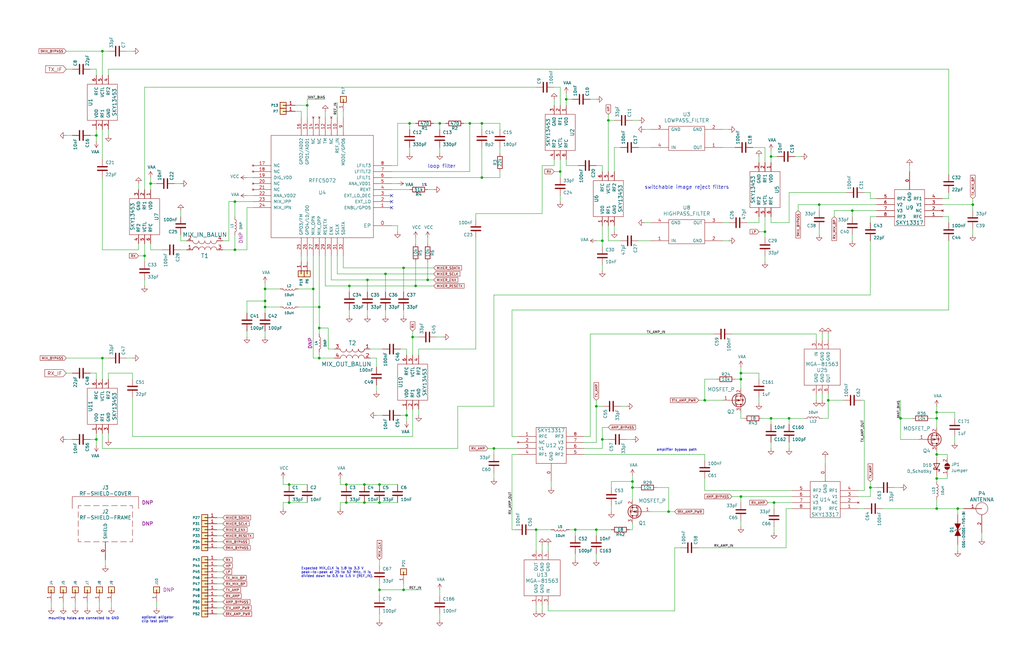
<source format=kicad_sch>
(kicad_sch (version 20211123) (generator eeschema)
  (paper "User" 431.8 279.4)
  (title_block (title "${TITLE}") (date "${DATE}") (rev "${VERSION}") (company "${COPYRIGHT}") (comment 1 "${LICENSE}"))
  (junction (at 111.76 121.92))
  (junction (at 394.97 214.63))
  (junction (at 203.2 74.93))
  (junction (at 325.12 176.53))
  (junction (at 254 101.6))
  (junction (at 146.05 212.09))
  (junction (at 403.86 214.63))
  (junction (at 40.64 57.15))
  (junction (at 99.06 105.41))
  (junction (at 394.97 176.53))
  (junction (at 281.94 215.9))
  (junction (at 312.42 157.48))
  (junction (at 170.18 248.92))
  (junction (at 121.92 204.47))
  (junction (at 326.39 212.09))
  (junction (at 160.02 204.47))
  (junction (at 254 185.42))
  (junction (at 160.02 248.92))
  (junction (at 129.54 44.45))
  (junction (at 111.76 129.54))
  (junction (at 160.02 212.09))
  (junction (at 394.97 191.77))
  (junction (at 379.73 176.53))
  (junction (at 171.45 175.26))
  (junction (at 60.96 107.95))
  (junction (at 312.42 209.55))
  (junction (at 238.76 41.91))
  (junction (at 154.94 118.11))
  (junction (at 226.06 223.52))
  (junction (at 332.74 176.53))
  (junction (at 134.62 138.43))
  (junction (at 349.25 168.91))
  (junction (at 266.7 205.74))
  (junction (at 153.67 204.47))
  (junction (at 367.03 205.74))
  (junction (at 251.46 223.52))
  (junction (at 162.56 115.57))
  (junction (at 63.5 77.47))
  (junction (at 146.05 204.47))
  (junction (at 394.97 201.93))
  (junction (at 297.18 168.91))
  (junction (at 256.54 50.8))
  (junction (at 208.28 189.23))
  (junction (at 359.41 88.9))
  (junction (at 147.32 120.65))
  (junction (at 394.97 173.99))
  (junction (at 345.44 86.36))
  (junction (at 43.18 151.13))
  (junction (at 153.67 212.09))
  (junction (at 312.42 160.02))
  (junction (at 134.62 129.54))
  (junction (at 180.34 118.11))
  (junction (at 198.12 52.07))
  (junction (at 172.72 52.07))
  (junction (at 242.57 223.52))
  (junction (at 121.92 212.09))
  (junction (at 170.18 113.03))
  (junction (at 43.18 21.59))
  (junction (at 111.76 127))
  (junction (at 175.26 120.65))
  (junction (at 40.64 185.42))
  (junction (at 236.22 72.39))
  (junction (at 185.42 52.07))
  (junction (at 173.99 142.24))
  (junction (at 132.08 121.92))
  (junction (at 325.12 66.04))
  (junction (at 99.06 85.09))
  (junction (at 134.62 151.13))
  (junction (at 322.58 97.79))
  (junction (at 251.46 171.45))
  (junction (at 203.2 52.07))
  (junction (at 266.7 203.2))
  (junction (at 410.21 86.36))
  (no_connect (at 165.1 82.55))
  (no_connect (at 165.1 85.09))
  (no_connect (at 165.1 87.63))
  (wire (pts (xy 186.69 142.24) (xy 184.15 142.24)))
  (wire (pts (xy 143.51 204.47) (xy 146.05 204.47)))
  (wire (pts (xy 400.05 101.6) (xy 400.05 130.81)))
  (wire (pts (xy 139.7 118.11) (xy 154.94 118.11)))
  (wire (pts (xy 55.88 151.13) (xy 53.34 151.13)))
  (wire (pts (xy 173.99 142.24) (xy 173.99 149.86)))
  (wire (pts (xy 304.8 93.98) (xy 307.34 93.98)))
  (wire (pts (xy 27.94 57.15) (xy 30.48 57.15)))
  (wire (pts (xy 127 49.53) (xy 127 46.99)))
  (wire (pts (xy 269.24 101.6) (xy 274.32 101.6)))
  (wire (pts (xy 383.54 69.85) (xy 383.54 72.39)))
  (wire (pts (xy 46.99 254) (xy 46.99 256.54)))
  (wire (pts (xy 312.42 212.09) (xy 312.42 209.55)))
  (wire (pts (xy 185.42 248.92) (xy 185.42 251.46)))
  (wire (pts (xy 394.97 173.99) (xy 394.97 176.53)))
  (wire (pts (xy 156.21 147.32) (xy 161.29 147.32)))
  (wire (pts (xy 331.47 214.63) (xy 334.01 214.63)))
  (wire (pts (xy 414.02 224.79) (xy 414.02 227.33)))
  (wire (pts (xy 367.03 91.44) (xy 369.57 91.44)))
  (wire (pts (xy 257.81 223.52) (xy 251.46 223.52)))
  (wire (pts (xy 297.18 207.01) (xy 297.18 201.93)))
  (wire (pts (xy 111.76 121.92) (xy 111.76 127)))
  (wire (pts (xy 147.32 123.19) (xy 147.32 120.65)))
  (wire (pts (xy 325.12 176.53) (xy 332.74 176.53)))
  (wire (pts (xy 193.04 171.45) (xy 193.04 189.23)))
  (wire (pts (xy 91.44 231.14) (xy 93.98 231.14)))
  (wire (pts (xy 106.68 74.93) (xy 104.14 74.93)))
  (wire (pts (xy 400.05 130.81) (xy 215.9 130.81)))
  (wire (pts (xy 312.42 209.55) (xy 334.01 209.55)))
  (wire (pts (xy 322.58 68.58) (xy 322.58 62.23)))
  (wire (pts (xy 297.18 194.31) (xy 297.18 191.77)))
  (wire (pts (xy 147.32 133.35) (xy 147.32 130.81)))
  (wire (pts (xy 254 114.3) (xy 254 111.76)))
  (wire (pts (xy 124.46 44.45) (xy 129.54 44.45)))
  (wire (pts (xy 226.06 223.52) (xy 232.41 223.52)))
  (wire (pts (xy 96.52 101.6) (xy 96.52 85.09)))
  (wire (pts (xy 60.96 107.95) (xy 60.96 110.49)))
  (wire (pts (xy 91.44 228.6) (xy 93.98 228.6)))
  (wire (pts (xy 261.62 101.6) (xy 256.54 101.6)))
  (wire (pts (xy 410.21 86.36) (xy 410.21 88.9)))
  (wire (pts (xy 143.51 212.09) (xy 143.51 214.63)))
  (wire (pts (xy 154.94 133.35) (xy 154.94 130.81)))
  (wire (pts (xy 45.72 31.75) (xy 45.72 29.21)))
  (wire (pts (xy 185.42 54.61) (xy 185.42 52.07)))
  (wire (pts (xy 45.72 160.02) (xy 45.72 157.48)))
  (wire (pts (xy 121.92 212.09) (xy 129.54 212.09)))
  (wire (pts (xy 251.46 168.91) (xy 251.46 171.45)))
  (wire (pts (xy 257.81 203.2) (xy 257.81 205.74)))
  (wire (pts (xy 91.44 238.76) (xy 93.98 238.76)))
  (wire (pts (xy 176.53 149.86) (xy 176.53 147.32)))
  (wire (pts (xy 137.16 120.65) (xy 147.32 120.65)))
  (wire (pts (xy 326.39 212.09) (xy 334.01 212.09)))
  (wire (pts (xy 281.94 215.9) (xy 281.94 205.74)))
  (wire (pts (xy 312.42 160.02) (xy 309.88 160.02)))
  (wire (pts (xy 320.04 97.79) (xy 322.58 97.79)))
  (wire (pts (xy 176.53 147.32) (xy 200.66 147.32)))
  (wire (pts (xy 402.59 173.99) (xy 394.97 173.99)))
  (wire (pts (xy 175.26 100.33) (xy 175.26 102.87)))
  (wire (pts (xy 304.8 54.61) (xy 307.34 54.61)))
  (wire (pts (xy 331.47 231.14) (xy 331.47 214.63)))
  (wire (pts (xy 162.56 115.57) (xy 182.88 115.57)))
  (wire (pts (xy 172.72 64.77) (xy 172.72 62.23)))
  (wire (pts (xy 60.96 102.87) (xy 60.96 107.95)))
  (wire (pts (xy 158.75 175.26) (xy 161.29 175.26)))
  (wire (pts (xy 294.64 231.14) (xy 331.47 231.14)))
  (wire (pts (xy 104.14 127) (xy 104.14 132.08)))
  (wire (pts (xy 137.16 120.65) (xy 137.16 107.95)))
  (wire (pts (xy 359.41 101.6) (xy 359.41 99.06)))
  (wire (pts (xy 312.42 160.02) (xy 312.42 163.83)))
  (wire (pts (xy 242.57 223.52) (xy 251.46 223.52)))
  (wire (pts (xy 334.01 207.01) (xy 297.18 207.01)))
  (wire (pts (xy 215.9 223.52) (xy 217.17 223.52)))
  (wire (pts (xy 153.67 212.09) (xy 160.02 212.09)))
  (wire (pts (xy 63.5 105.41) (xy 68.58 105.41)))
  (wire (pts (xy 297.18 160.02) (xy 297.18 168.91)))
  (wire (pts (xy 403.86 214.63) (xy 403.86 217.17)))
  (wire (pts (xy 173.99 184.15) (xy 55.88 184.15)))
  (wire (pts (xy 91.44 254) (xy 93.98 254)))
  (wire (pts (xy 171.45 175.26) (xy 171.45 177.8)))
  (wire (pts (xy 93.98 101.6) (xy 96.52 101.6)))
  (wire (pts (xy 138.43 138.43) (xy 134.62 138.43)))
  (wire (pts (xy 119.38 204.47) (xy 121.92 204.47)))
  (wire (pts (xy 91.44 246.38) (xy 93.98 246.38)))
  (wire (pts (xy 346.71 143.51) (xy 346.71 140.97)))
  (wire (pts (xy 240.03 223.52) (xy 242.57 223.52)))
  (wire (pts (xy 243.84 69.85) (xy 238.76 69.85)))
  (wire (pts (xy 63.5 74.93) (xy 63.5 77.47)))
  (wire (pts (xy 91.44 248.92) (xy 93.98 248.92)))
  (wire (pts (xy 55.88 21.59) (xy 53.34 21.59)))
  (wire (pts (xy 40.64 31.75) (xy 40.64 29.21)))
  (wire (pts (xy 257.81 215.9) (xy 257.81 213.36)))
  (wire (pts (xy 208.28 189.23) (xy 218.44 189.23)))
  (wire (pts (xy 45.72 21.59) (xy 43.18 21.59)))
  (wire (pts (xy 400.05 81.28) (xy 400.05 83.82)))
  (wire (pts (xy 58.42 107.95) (xy 60.96 107.95)))
  (wire (pts (xy 104.14 82.55) (xy 106.68 82.55)))
  (wire (pts (xy 160.02 238.76) (xy 160.02 236.22)))
  (wire (pts (xy 394.97 191.77) (xy 394.97 193.04)))
  (wire (pts (xy 364.49 207.01) (xy 361.95 207.01)))
  (wire (pts (xy 254 69.85) (xy 254 72.39)))
  (wire (pts (xy 142.24 115.57) (xy 162.56 115.57)))
  (wire (pts (xy 198.12 52.07) (xy 203.2 52.07)))
  (wire (pts (xy 162.56 133.35) (xy 162.56 130.81)))
  (wire (pts (xy 254 189.23) (xy 246.38 189.23)))
  (wire (pts (xy 40.64 57.15) (xy 40.64 59.69)))
  (wire (pts (xy 132.08 107.95) (xy 132.08 121.92)))
  (wire (pts (xy 40.64 29.21) (xy 38.1 29.21)))
  (wire (pts (xy 344.17 140.97) (xy 308.61 140.97)))
  (wire (pts (xy 394.97 200.66) (xy 394.97 201.93)))
  (wire (pts (xy 60.96 80.01) (xy 60.96 36.83)))
  (wire (pts (xy 153.67 204.47) (xy 160.02 204.47)))
  (wire (pts (xy 170.18 246.38) (xy 170.18 248.92)))
  (wire (pts (xy 91.44 241.3) (xy 93.98 241.3)))
  (wire (pts (xy 167.64 52.07) (xy 172.72 52.07)))
  (wire (pts (xy 307.34 101.6) (xy 304.8 101.6)))
  (wire (pts (xy 55.88 184.15) (xy 55.88 167.64)))
  (wire (pts (xy 146.05 204.47) (xy 153.67 204.47)))
  (wire (pts (xy 134.62 138.43) (xy 134.62 140.97)))
  (wire (pts (xy 21.59 254) (xy 21.59 256.54)))
  (wire (pts (xy 173.99 139.7) (xy 173.99 142.24)))
  (wire (pts (xy 195.58 52.07) (xy 198.12 52.07)))
  (wire (pts (xy 144.78 49.53) (xy 144.78 46.99)))
  (wire (pts (xy 325.12 63.5) (xy 325.12 66.04)))
  (wire (pts (xy 144.78 113.03) (xy 170.18 113.03)))
  (wire (pts (xy 274.32 62.23) (xy 269.24 62.23)))
  (wire (pts (xy 125.73 121.92) (xy 132.08 121.92)))
  (wire (pts (xy 364.49 81.28) (xy 367.03 81.28)))
  (wire (pts (xy 129.54 44.45) (xy 129.54 49.53)))
  (wire (pts (xy 147.32 120.65) (xy 175.26 120.65)))
  (wire (pts (xy 266.7 220.98) (xy 266.7 223.52)))
  (wire (pts (xy 345.44 86.36) (xy 369.57 86.36)))
  (wire (pts (xy 31.75 254) (xy 31.75 256.54)))
  (wire (pts (xy 91.44 243.84) (xy 93.98 243.84)))
  (wire (pts (xy 167.64 95.25) (xy 167.64 97.79)))
  (wire (pts (xy 203.2 52.07) (xy 210.82 52.07)))
  (wire (pts (xy 284.48 257.81) (xy 231.14 257.81)))
  (wire (pts (xy 91.44 259.08) (xy 93.98 259.08)))
  (wire (pts (xy 180.34 118.11) (xy 180.34 110.49)))
  (wire (pts (xy 351.79 91.44) (xy 351.79 88.9)))
  (wire (pts (xy 210.82 64.77) (xy 210.82 62.23)))
  (wire (pts (xy 246.38 184.15) (xy 248.92 184.15)))
  (wire (pts (xy 111.76 121.92) (xy 118.11 121.92)))
  (wire (pts (xy 99.06 85.09) (xy 106.68 85.09)))
  (wire (pts (xy 132.08 121.92) (xy 132.08 151.13)))
  (wire (pts (xy 379.73 176.53) (xy 379.73 185.42)))
  (wire (pts (xy 322.58 110.49) (xy 322.58 107.95)))
  (wire (pts (xy 111.76 127) (xy 111.76 129.54)))
  (wire (pts (xy 134.62 107.95) (xy 134.62 129.54)))
  (wire (pts (xy 205.74 189.23) (xy 208.28 189.23)))
  (wire (pts (xy 326.39 214.63) (xy 326.39 212.09)))
  (wire (pts (xy 326.39 224.79) (xy 326.39 222.25)))
  (wire (pts (xy 104.14 87.63) (xy 104.14 105.41)))
  (wire (pts (xy 91.44 256.54) (xy 93.98 256.54)))
  (wire (pts (xy 158.75 154.94) (xy 158.75 151.13)))
  (wire (pts (xy 251.46 223.52) (xy 251.46 226.06)))
  (wire (pts (xy 242.57 226.06) (xy 242.57 223.52)))
  (wire (pts (xy 254 101.6) (xy 254 104.14)))
  (wire (pts (xy 233.68 72.39) (xy 236.22 72.39)))
  (wire (pts (xy 254 180.34) (xy 254 185.42)))
  (wire (pts (xy 320.04 160.02) (xy 320.04 157.48)))
  (wire (pts (xy 193.04 189.23) (xy 43.18 189.23)))
  (wire (pts (xy 248.92 140.97) (xy 248.92 184.15)))
  (wire (pts (xy 160.02 248.92) (xy 160.02 251.46)))
  (wire (pts (xy 91.44 236.22) (xy 93.98 236.22)))
  (wire (pts (xy 119.38 204.47) (xy 119.38 201.93)))
  (wire (pts (xy 218.44 184.15) (xy 215.9 184.15)))
  (wire (pts (xy 63.5 102.87) (xy 63.5 105.41)))
  (wire (pts (xy 294.64 168.91) (xy 297.18 168.91)))
  (wire (pts (xy 226.06 232.41) (xy 226.06 223.52)))
  (wire (pts (xy 332.74 176.53) (xy 339.09 176.53)))
  (wire (pts (xy 402.59 186.69) (xy 402.59 184.15)))
  (wire (pts (xy 44.45 236.22) (xy 44.45 238.76)))
  (wire (pts (xy 172.72 80.01) (xy 165.1 80.01)))
  (wire (pts (xy 121.92 204.47) (xy 129.54 204.47)))
  (wire (pts (xy 118.11 129.54) (xy 111.76 129.54)))
  (wire (pts (xy 400.05 29.21) (xy 400.05 73.66)))
  (wire (pts (xy 314.96 93.98) (xy 320.04 93.98)))
  (wire (pts (xy 91.44 220.98) (xy 93.98 220.98)))
  (wire (pts (xy 76.2 77.47) (xy 73.66 77.47)))
  (wire (pts (xy 185.42 259.08) (xy 185.42 261.62)))
  (wire (pts (xy 284.48 257.81) (xy 284.48 231.14)))
  (wire (pts (xy 367.03 203.2) (xy 367.03 205.74)))
  (wire (pts (xy 27.94 29.21) (xy 30.48 29.21)))
  (wire (pts (xy 397.51 91.44) (xy 400.05 91.44)))
  (wire (pts (xy 208.28 171.45) (xy 208.28 124.46)))
  (wire (pts (xy 332.74 189.23) (xy 332.74 186.69)))
  (wire (pts (xy 160.02 246.38) (xy 160.02 248.92)))
  (wire (pts (xy 344.17 143.51) (xy 344.17 140.97)))
  (wire (pts (xy 175.26 120.65) (xy 175.26 110.49)))
  (wire (pts (xy 55.88 157.48) (xy 55.88 160.02)))
  (wire (pts (xy 111.76 129.54) (xy 111.76 132.08)))
  (wire (pts (xy 58.42 105.41) (xy 43.18 105.41)))
  (wire (pts (xy 224.79 223.52) (xy 226.06 223.52)))
  (wire (pts (xy 27.94 157.48) (xy 30.48 157.48)))
  (wire (pts (xy 256.54 185.42) (xy 254 185.42)))
  (wire (pts (xy 111.76 119.38) (xy 111.76 121.92)))
  (wire (pts (xy 226.06 257.81) (xy 226.06 255.27)))
  (wire (pts (xy 251.46 69.85) (xy 254 69.85)))
  (wire (pts (xy 137.16 46.99) (xy 137.16 49.53)))
  (wire (pts (xy 26.67 254) (xy 26.67 256.54)))
  (wire (pts (xy 170.18 133.35) (xy 170.18 130.81)))
  (wire (pts (xy 320.04 66.04) (xy 320.04 68.58)))
  (wire (pts (xy 251.46 186.69) (xy 246.38 186.69)))
  (wire (pts (xy 312.42 157.48) (xy 312.42 160.02)))
  (wire (pts (xy 99.06 91.44) (xy 99.06 85.09)))
  (wire (pts (xy 228.6 229.87) (xy 228.6 232.41)))
  (wire (pts (xy 165.1 72.39) (xy 198.12 72.39)))
  (wire (pts (xy 367.03 83.82) (xy 369.57 83.82)))
  (wire (pts (xy 345.44 99.06) (xy 345.44 96.52)))
  (wire (pts (xy 400.05 91.44) (xy 400.05 93.98)))
  (wire (pts (xy 351.79 88.9) (xy 359.41 88.9)))
  (wire (pts (xy 251.46 236.22) (xy 251.46 233.68)))
  (wire (pts (xy 91.44 223.52) (xy 93.98 223.52)))
  (wire (pts (xy 332.74 81.28) (xy 356.87 81.28)))
  (wire (pts (xy 125.73 129.54) (xy 134.62 129.54)))
  (wire (pts (xy 63.5 77.47) (xy 63.5 80.01)))
  (wire (pts (xy 363.22 168.91) (xy 364.49 168.91)))
  (wire (pts (xy 200.66 147.32) (xy 200.66 100.33)))
  (wire (pts (xy 167.64 77.47) (xy 165.1 77.47)))
  (wire (pts (xy 208.28 191.77) (xy 208.28 189.23)))
  (wire (pts (xy 359.41 88.9) (xy 369.57 88.9)))
  (wire (pts (xy 228.6 257.81) (xy 228.6 255.27)))
  (wire (pts (xy 369.57 205.74) (xy 367.03 205.74)))
  (wire (pts (xy 154.94 123.19) (xy 154.94 118.11)))
  (wire (pts (xy 266.7 205.74) (xy 266.7 210.82)))
  (wire (pts (xy 176.53 175.26) (xy 176.53 172.72)))
  (wire (pts (xy 40.64 182.88) (xy 40.64 185.42)))
  (wire (pts (xy 43.18 21.59) (xy 27.94 21.59)))
  (wire (pts (xy 168.91 175.26) (xy 171.45 175.26)))
  (wire (pts (xy 160.02 248.92) (xy 170.18 248.92)))
  (wire (pts (xy 403.86 214.63) (xy 406.4 214.63)))
  (wire (pts (xy 312.42 176.53) (xy 313.69 176.53)))
  (wire (pts (xy 165.1 74.93) (xy 203.2 74.93)))
  (wire (pts (xy 325.12 176.53) (xy 325.12 179.07)))
  (wire (pts (xy 264.16 171.45) (xy 261.62 171.45)))
  (wire (pts (xy 325.12 189.23) (xy 325.12 186.69)))
  (wire (pts (xy 236.22 44.45) (xy 236.22 36.83)))
  (wire (pts (xy 344.17 166.37) (xy 344.17 168.91)))
  (wire (pts (xy 38.1 57.15) (xy 40.64 57.15)))
  (wire (pts (xy 394.97 191.77) (xy 399.415 191.77)))
  (wire (pts (xy 171.45 147.32) (xy 171.45 149.86)))
  (wire (pts (xy 104.14 142.24) (xy 104.14 139.7)))
  (wire (pts (xy 259.08 50.8) (xy 256.54 50.8)))
  (wire (pts (xy 346.71 176.53) (xy 349.25 176.53)))
  (wire (pts (xy 36.83 254) (xy 36.83 256.54)))
  (wire (pts (xy 43.18 21.59) (xy 43.18 31.75)))
  (wire (pts (xy 45.72 182.88) (xy 45.72 185.42)))
  (wire (pts (xy 43.18 189.23) (xy 43.18 182.88)))
  (wire (pts (xy 228.6 90.17) (xy 228.6 69.85)))
  (wire (pts (xy 76.2 105.41) (xy 78.74 105.41)))
  (wire (pts (xy 266.7 203.2) (xy 266.7 205.74)))
  (wire (pts (xy 170.18 123.19) (xy 170.18 113.03)))
  (wire (pts (xy 165.1 95.25) (xy 167.64 95.25)))
  (wire (pts (xy 402.59 176.53) (xy 402.59 173.99)))
  (wire (pts (xy 320.04 170.18) (xy 320.04 167.64)))
  (wire (pts (xy 394.97 171.45) (xy 394.97 173.99)))
  (wire (pts (xy 410.21 83.82) (xy 410.21 86.36)))
  (wire (pts (xy 119.38 212.09) (xy 121.92 212.09)))
  (wire (pts (xy 397.51 86.36) (xy 410.21 86.36)))
  (wire (pts (xy 367.03 124.46) (xy 367.03 101.6)))
  (wire (pts (xy 361.95 214.63) (xy 364.49 214.63)))
  (wire (pts (xy 119.38 212.09) (xy 119.38 214.63)))
  (wire (pts (xy 139.7 118.11) (xy 139.7 107.95)))
  (wire (pts (xy 236.22 67.31) (xy 236.22 72.39)))
  (wire (pts (xy 367.03 81.28) (xy 367.03 83.82)))
  (wire (pts (xy 91.44 226.06) (xy 93.98 226.06)))
  (wire (pts (xy 320.04 93.98) (xy 320.04 91.44)))
  (wire (pts (xy 336.55 88.9) (xy 336.55 86.36)))
  (wire (pts (xy 203.2 52.07) (xy 203.2 54.61)))
  (wire (pts (xy 281.94 215.9) (xy 284.48 215.9)))
  (wire (pts (xy 312.42 222.25) (xy 312.42 219.71)))
  (wire (pts (xy 355.6 168.91) (xy 349.25 168.91)))
  (wire (pts (xy 266.7 185.42) (xy 264.16 185.42)))
  (wire (pts (xy 228.6 69.85) (xy 233.68 69.85)))
  (wire (pts (xy 60.96 120.65) (xy 60.96 118.11)))
  (wire (pts (xy 91.44 251.46) (xy 93.98 251.46)))
  (wire (pts (xy 198.12 72.39) (xy 198.12 52.07)))
  (wire (pts (xy 345.44 88.9) (xy 345.44 86.36)))
  (wire (pts (xy 236.22 72.39) (xy 236.22 74.93)))
  (wire (pts (xy 236.22 85.09) (xy 236.22 82.55)))
  (wire (pts (xy 359.41 91.44) (xy 359.41 88.9)))
  (wire (pts (xy 332.74 93.98) (xy 325.12 93.98)))
  (wire (pts (xy 297.18 191.77) (xy 246.38 191.77)))
  (wire (pts (xy 154.94 118.11) (xy 180.34 118.11)))
  (wire (pts (xy 41.91 254) (xy 41.91 256.54)))
  (wire (pts (xy 200.66 90.17) (xy 228.6 90.17)))
  (wire (pts (xy 78.74 101.6) (xy 76.2 101.6)))
  (wire (pts (xy 367.03 209.55) (xy 361.95 209.55)))
  (wire (pts (xy 266.7 223.52) (xy 265.43 223.52)))
  (wire (pts (xy 394.97 176.53) (xy 392.43 176.53)))
  (wire (pts (xy 200.66 92.71) (xy 200.66 90.17)))
  (wire (pts (xy 367.03 93.98) (xy 367.03 91.44)))
  (wire (pts (xy 176.53 142.24) (xy 173.99 142.24)))
  (wire (pts (xy 379.73 185.42) (xy 387.35 185.42)))
  (wire (pts (xy 233.68 69.85) (xy 233.68 67.31)))
  (wire (pts (xy 60.96 36.83) (xy 226.06 36.83)))
  (wire (pts (xy 322.58 97.79) (xy 322.58 100.33)))
  (wire (pts (xy 215.9 130.81) (xy 215.9 184.15)))
  (wire (pts (xy 281.94 205.74) (xy 276.86 205.74)))
  (wire (pts (xy 129.54 41.91) (xy 137.16 41.91)))
  (wire (pts (xy 134.62 148.59) (xy 134.62 151.13)))
  (wire (pts (xy 349.25 166.37) (xy 349.25 168.91)))
  (wire (pts (xy 322.58 62.23) (xy 317.5 62.23)))
  (wire (pts (xy 302.26 160.02) (xy 297.18 160.02)))
  (wire (pts (xy 134.62 129.54) (xy 134.62 138.43)))
  (wire (pts (xy 43.18 67.31) (xy 43.18 54.61)))
  (wire (pts (xy 172.72 52.07) (xy 175.26 52.07)))
  (wire (pts (xy 266.7 200.66) (xy 266.7 203.2)))
  (wire (pts (xy 297.18 168.91) (xy 304.8 168.91)))
  (wire (pts (xy 394.97 190.5) (xy 394.97 191.77)))
  (wire (pts (xy 58.42 77.47) (xy 58.42 80.01)))
  (wire (pts (xy 231.14 257.81) (xy 231.14 255.27)))
  (wire (pts (xy 170.18 113.03) (xy 182.88 113.03)))
  (wire (pts (xy 185.42 64.77) (xy 185.42 62.23)))
  (wire (pts (xy 323.85 212.09) (xy 326.39 212.09)))
  (wire (pts (xy 38.1 185.42) (xy 40.64 185.42)))
  (wire (pts (xy 182.88 52.07) (xy 185.42 52.07)))
  (wire (pts (xy 269.24 50.8) (xy 266.7 50.8)))
  (wire (pts (xy 308.61 209.55) (xy 312.42 209.55)))
  (wire (pts (xy 66.04 77.47) (xy 63.5 77.47)))
  (wire (pts (xy 394.97 214.63) (xy 403.86 214.63)))
  (wire (pts (xy 185.42 52.07) (xy 187.96 52.07)))
  (wire (pts (xy 208.28 201.93) (xy 208.28 199.39)))
  (wire (pts (xy 394.97 176.53) (xy 394.97 180.34)))
  (wire (pts (xy 349.25 176.53) (xy 349.25 168.91)))
  (wire (pts (xy 218.44 191.77) (xy 215.9 191.77)))
  (wire (pts (xy 40.64 185.42) (xy 40.64 187.96)))
  (wire (pts (xy 175.26 120.65) (xy 182.88 120.65)))
  (wire (pts (xy 208.28 124.46) (xy 367.03 124.46)))
  (wire (pts (xy 162.56 123.19) (xy 162.56 115.57)))
  (wire (pts (xy 332.74 179.07) (xy 332.74 176.53)))
  (wire (pts (xy 127 107.95) (xy 127 110.49)))
  (wire (pts (xy 38.1 157.48) (xy 40.64 157.48)))
  (wire (pts (xy 138.43 147.32) (xy 140.97 147.32)))
  (wire (pts (xy 364.49 168.91) (xy 364.49 207.01)))
  (wire (pts (xy 76.2 101.6) (xy 76.2 99.06)))
  (wire (pts (xy 106.68 87.63) (xy 104.14 87.63)))
  (wire (pts (xy 379.73 168.91) (xy 379.73 176.53)))
  (wire (pts (xy 312.42 173.99) (xy 312.42 176.53)))
  (wire (pts (xy 312.42 154.94) (xy 312.42 157.48)))
  (wire (pts (xy 399.415 201.93) (xy 399.415 200.66)))
  (wire (pts (xy 129.54 110.49) (xy 129.54 107.95)))
  (wire (pts (xy 394.97 201.93) (xy 394.97 203.2)))
  (wire (pts (xy 43.18 151.13) (xy 27.94 151.13)))
  (wire (pts (xy 146.05 212.09) (xy 153.67 212.09)))
  (wire (pts (xy 91.44 218.44) (xy 93.98 218.44)))
  (wire (pts (xy 256.54 50.8) (xy 256.54 72.39)))
  (wire (pts (xy 271.78 54.61) (xy 274.32 54.61)))
  (wire (pts (xy 215.9 191.77) (xy 215.9 223.52)))
  (wire (pts (xy 134.62 151.13) (xy 140.97 151.13)))
  (wire (pts (xy 321.31 176.53) (xy 325.12 176.53)))
  (wire (pts (xy 27.94 185.42) (xy 30.48 185.42)))
  (wire (pts (xy 337.82 66.04) (xy 335.28 66.04)))
  (wire (pts (xy 274.32 215.9) (xy 281.94 215.9)))
  (wire (pts (xy 203.2 74.93) (xy 210.82 74.93)))
  (wire (pts (xy 320.04 157.48) (xy 312.42 157.48)))
  (wire (pts (xy 76.2 88.9) (xy 76.2 91.44)))
  (wire (pts (xy 251.46 171.45) (xy 251.46 186.69)))
  (wire (pts (xy 259.08 97.79) (xy 259.08 95.25)))
  (wire (pts (xy 43.18 74.93) (xy 43.18 105.41)))
  (wire (pts (xy 325.12 66.04) (xy 325.12 68.58)))
  (wire (pts (xy 142.24 43.18) (xy 142.24 49.53)))
  (wire (pts (xy 158.75 165.1) (xy 158.75 162.56)))
  (wire (pts (xy 236.22 36.83) (xy 233.68 36.83)))
  (wire (pts (xy 394.97 210.82) (xy 394.97 214.63)))
  (wire (pts (xy 180.34 118.11) (xy 182.88 118.11)))
  (wire (pts (xy 394.97 201.93) (xy 399.415 201.93)))
  (wire (pts (xy 349.25 140.97) (xy 349.25 143.51)))
  (wire (pts (xy 384.81 176.53) (xy 379.73 176.53)))
  (wire (pts (xy 346.71 168.91) (xy 346.71 166.37)))
  (wire (pts (xy 158.75 151.13) (xy 156.21 151.13)))
  (wire (pts (xy 327.66 66.04) (xy 325.12 66.04)))
  (wire (pts (xy 332.74 93.98) (xy 332.74 81.28)))
  (wire (pts (xy 129.54 41.91) (xy 129.54 44.45)))
  (wire (pts (xy 271.78 93.98) (xy 274.32 93.98)))
  (wire (pts (xy 111.76 142.24) (xy 111.76 139.7)))
  (wire (pts (xy 167.64 69.85) (xy 167.64 52.07)))
  (wire (pts (xy 254 95.25) (xy 254 101.6)))
  (wire (pts (xy 45.72 157.48) (xy 55.88 157.48)))
  (wire (pts (xy 142.24 115.57) (xy 142.24 107.95)))
  (wire (pts (xy 251.46 41.91) (xy 248.92 41.91)))
  (wire (pts (xy 182.88 80.01) (xy 180.34 80.01)))
  (wire (pts (xy 132.08 151.13) (xy 134.62 151.13)))
  (wire (pts (xy 400.05 83.82) (xy 397.51 83.82)))
  (wire (pts (xy 143.51 204.47) (xy 143.51 201.93)))
  (wire (pts (xy 171.45 172.72) (xy 171.45 175.26)))
  (wire (pts (xy 58.42 102.87) (xy 58.42 105.41)))
  (wire (pts (xy 367.03 205.74) (xy 367.03 209.55)))
  (wire (pts (xy 45.72 151.13) (xy 43.18 151.13)))
  (wire (pts (xy 257.81 203.2) (xy 266.7 203.2)))
  (wire (pts (xy 322.58 91.44) (xy 322.58 97.79)))
  (wire (pts (xy 99.06 105.41) (xy 93.98 105.41)))
  (wire (pts (xy 233.68 41.91) (xy 233.68 44.45)))
  (wire (pts (xy 242.57 236.22) (xy 242.57 233.68)))
  (wire (pts (xy 238.76 41.91) (xy 238.76 44.45)))
  (wire (pts (xy 99.06 99.06) (xy 99.06 105.41)))
  (wire (pts (xy 261.62 62.23) (xy 259.08 62.23)))
  (wire (pts (xy 170.18 248.92) (xy 177.8 248.92)))
  (wire (pts (xy 256.54 101.6) (xy 256.54 95.25)))
  (wire (pts (xy 251.46 101.6) (xy 254 101.6)))
  (wire (pts (xy 347.98 193.04) (xy 347.98 195.58)))
  (wire (pts (xy 172.72 54.61) (xy 172.72 52.07)))
  (wire (pts (xy 379.73 205.74) (xy 377.19 205.74)))
  (wire (pts (xy 40.64 157.48) (xy 40.64 160.02)))
  (wire (pts (xy 210.82 52.07) (xy 210.82 54.61)))
  (wire (pts (xy 168.91 147.32) (xy 171.45 147.32)))
  (wire (pts (xy 284.48 231.14) (xy 287.02 231.14)))
  (wire (pts (xy 173.99 172.72) (xy 173.99 184.15)))
  (wire (pts (xy 259.08 62.23) (xy 259.08 72.39)))
  (wire (pts (xy 144.78 113.03) (xy 144.78 107.95)))
  (wire (pts (xy 403.86 232.41) (xy 403.86 229.87)))
  (wire (pts (xy 203.2 62.23) (xy 203.2 74.93)))
  (wire (pts (xy 45.72 29.21) (xy 400.05 29.21)))
  (wire (pts (xy 372.11 214.63) (xy 394.97 214.63)))
  (wire (pts (xy 300.99 140.97) (xy 248.92 140.97)))
  (wire (pts (xy 254 171.45) (xy 251.46 171.45)))
  (wire (pts (xy 66.04 254) (xy 66.04 256.54)))
  (wire (pts (xy 208.28 171.45) (xy 193.04 171.45)))
  (wire (pts (xy 160.02 212.09) (xy 167.64 212.09)))
  (wire (pts (xy 325.12 93.98) (xy 325.12 91.44)))
  (wire (pts (xy 309.88 62.23) (xy 304.8 62.23)))
  (wire (pts (xy 231.14 229.87) (xy 231.14 232.41)))
  (wire (pts (xy 238.76 69.85) (xy 238.76 67.31)))
  (wire (pts (xy 160.02 204.47) (xy 167.64 204.47)))
  (wire (pts (xy 410.21 99.06) (xy 410.21 96.52)))
  (wire (pts (xy 266.7 205.74) (xy 269.24 205.74)))
  (wire (pts (xy 238.76 39.37) (xy 238.76 41.91)))
  (wire (pts (xy 256.54 180.34) (xy 254 180.34)))
  (wire (pts (xy 40.64 54.61) (xy 40.64 57.15)))
  (wire (pts (xy 43.18 151.13) (xy 43.18 160.02)))
  (wire (pts (xy 210.82 74.93) (xy 210.82 72.39)))
  (wire (pts (xy 45.72 57.15) (xy 45.72 54.61)))
  (wire (pts (xy 160.02 261.62) (xy 160.02 259.08)))
  (wire (pts (xy 336.55 86.36) (xy 345.44 86.36)))
  (wire (pts (xy 96.52 85.09) (xy 99.06 85.09)))
  (wire (pts (xy 165.1 69.85) (xy 167.64 69.85)))
  (wire (pts (xy 143.51 212.09) (xy 146.05 212.09)))
  (wire (pts (xy 138.43 147.32) (xy 138.43 138.43)))
  (wire (pts (xy 180.34 100.33) (xy 180.34 102.87)))
  (wire (pts (xy 254 185.42) (xy 254 189.23)))
  (wire (pts (xy 241.3 41.91) (xy 238.76 41.91)))
  (wire (pts (xy 104.14 105.41) (xy 99.06 105.41)))
  (wire (pts (xy 111.76 127) (xy 104.14 127)))
  (wire (pts (xy 256.54 48.26) (xy 256.54 50.8)))
  (wire (pts (xy 127 46.99) (xy 124.46 46.99)))
  (wire (pts (xy 399.415 191.77) (xy 399.415 193.04)))
  (wire (pts (xy 232.41 205.74) (xy 232.41 203.2)))
  (text "optional alligator\nclip test point" (at 59.69 262.89 0) (effects (font (size 1.016 1.016)) (justify left bottom)))
  (text "mounting holes are connected to GND" (at 20.32 261.62 0) (effects (font (size 1.016 1.016)) (justify left bottom)))
  (text "Expected MIX_CLK is 1.8 to 3.3 V\npeak-to-peak at 25 to 52 MHz. It is\ndivided down to 0.5 to 1.5 V (REF_IN)." (at 127 243.84 0) (effects (font (size 1.016 1.016)) (justify left bottom)))
  (text "switchable image reject filters" (at 271.78 80.01 0) (effects (font (size 1.524 1.524)) (justify left bottom)))
  (text "1%" (at 177.8 78.74 0) (effects (font (size 1.016 1.016)) (justify left bottom)))
  (text "amplifier bypass path" (at 276.86 190.5 0) (effects (font (size 1.016 1.016)) (justify left bottom)))
  (text "loop filter" (at 180.34 71.12 0) (effects (font (size 1.524 1.524)) (justify left bottom)))
  (label "TX_AMP_OUT" (at 364.49 186.69 90) (effects (font (size 1.016 1.016))))
  (label "REF_IN" (at 177.8 248.92 180) (effects (font (size 1.016 1.016))))
  (label "!ANT_BIAS" (at 379.73 168.91 270) (effects (font (size 1.016 1.016))))
  (label "TX_AMP_IN" (at 280.67 140.97 180) (effects (font (size 1.016 1.016))))
  (label "!ANT_BIAS" (at 137.16 41.91 180) (effects (font (size 1.016 1.016))))
  (label "REF_IN" (at 142.24 43.18 270) (effects (font (size 1.016 1.016))))
  (label "RX_AMP_OUT" (at 215.9 217.17 90) (effects (font (size 1.016 1.016))))
  (label "RX_AMP_IN" (at 300.99 231.14 0) (effects (font (size 1.016 1.016))))
  (global_label "RX_AMP" (shape input) (at 93.98 251.46 0) (effects (font (size 1.016 1.016))) (property "Intersheet References" "${INTERSHEET_REFS}" (effects hide)))
  (global_label "TX_MIX_BP" (shape input) (at 93.98 243.84 0) (effects (font (size 1.016 1.016))) (property "Intersheet References" "${INTERSHEET_REFS}" (effects hide)))
  (global_label "!TX_AMP_PWR" (shape input) (at 294.64 168.91 180) (effects (font (size 1.016 1.016))) (property "Intersheet References" "${INTERSHEET_REFS}" (effects hide)))
  (global_label "AMP_BYPASS" (shape input) (at 93.98 254 0) (effects (font (size 1.016 1.016))) (property "Intersheet References" "${INTERSHEET_REFS}" (effects hide)))
  (global_label "RX" (shape input) (at 93.98 236.22 0) (effects (font (size 1.016 1.016))) (property "Intersheet References" "${INTERSHEET_REFS}" (effects hide)))
  (global_label "MIXER_SCLK" (shape input) (at 182.88 115.57 0) (effects (font (size 1.016 1.016))) (property "Intersheet References" "${INTERSHEET_REFS}" (effects hide)))
  (global_label "HP" (shape input) (at 93.98 238.76 0) (effects (font (size 1.016 1.016))) (property "Intersheet References" "${INTERSHEET_REFS}" (effects hide)))
  (global_label "RX" (shape input) (at 233.68 72.39 180) (effects (font (size 1.016 1.016))) (property "Intersheet References" "${INTERSHEET_REFS}" (effects hide)))
  (global_label "HP" (shape input) (at 256.54 48.26 90) (effects (font (size 1.016 1.016))) (property "Intersheet References" "${INTERSHEET_REFS}" (effects hide)))
  (global_label "RX_MIX_BP" (shape input) (at 351.79 91.44 270) (effects (font (size 1.016 1.016))) (property "Intersheet References" "${INTERSHEET_REFS}" (effects hide)))
  (global_label "LP" (shape input) (at 320.04 97.79 180) (effects (font (size 1.016 1.016))) (property "Intersheet References" "${INTERSHEET_REFS}" (effects hide)))
  (global_label "TX_IF" (shape input) (at 27.94 29.21 180) (effects (font (size 1.524 1.524))) (property "Intersheet References" "${INTERSHEET_REFS}" (effects hide)))
  (global_label "MIXER_RESETX" (shape input) (at 182.88 120.65 0) (effects (font (size 1.016 1.016))) (property "Intersheet References" "${INTERSHEET_REFS}" (effects hide)))
  (global_label "MIXER_SCLK" (shape input) (at 93.98 220.98 0) (effects (font (size 1.016 1.016))) (property "Intersheet References" "${INTERSHEET_REFS}" (effects hide)))
  (global_label "!MIX_BYPASS" (shape input) (at 336.55 88.9 270) (effects (font (size 1.016 1.016))) (property "Intersheet References" "${INTERSHEET_REFS}" (effects hide)))
  (global_label "AMP_BYPASS" (shape input) (at 256.54 180.34 0) (effects (font (size 1.016 1.016))) (property "Intersheet References" "${INTERSHEET_REFS}" (effects hide)))
  (global_label "MIX_BYPASS" (shape input) (at 93.98 228.6 0) (effects (font (size 1.016 1.016))) (property "Intersheet References" "${INTERSHEET_REFS}" (effects hide)))
  (global_label "RX_AMP" (shape input) (at 205.74 189.23 180) (effects (font (size 1.016 1.016))) (property "Intersheet References" "${INTERSHEET_REFS}" (effects hide)))
  (global_label "RX" (shape input) (at 58.42 107.95 180) (effects (font (size 1.016 1.016))) (property "Intersheet References" "${INTERSHEET_REFS}" (effects hide)))
  (global_label "!RX_AMP_PWR" (shape input) (at 93.98 259.08 0) (effects (font (size 1.016 1.016))) (property "Intersheet References" "${INTERSHEET_REFS}" (effects hide)))
  (global_label "!TX_AMP_PWR" (shape input) (at 93.98 256.54 0) (effects (font (size 1.016 1.016))) (property "Intersheet References" "${INTERSHEET_REFS}" (effects hide)))
  (global_label "MIX_CLK" (shape input) (at 160.02 236.22 90) (effects (font (size 1.016 1.016))) (property "Intersheet References" "${INTERSHEET_REFS}" (effects hide)))
  (global_label "RX_IF" (shape input) (at 27.94 157.48 180) (effects (font (size 1.524 1.524))) (property "Intersheet References" "${INTERSHEET_REFS}" (effects hide)))
  (global_label "TX_AMP" (shape input) (at 251.46 168.91 90) (effects (font (size 1.016 1.016))) (property "Intersheet References" "${INTERSHEET_REFS}" (effects hide)))
  (global_label "MIXER_ENX" (shape input) (at 93.98 223.52 0) (effects (font (size 1.016 1.016))) (property "Intersheet References" "${INTERSHEET_REFS}" (effects hide)))
  (global_label "MIXER_RESETX" (shape input) (at 93.98 226.06 0) (effects (font (size 1.016 1.016))) (property "Intersheet References" "${INTERSHEET_REFS}" (effects hide)))
  (global_label "LP" (shape input) (at 93.98 241.3 0) (effects (font (size 1.016 1.016))) (property "Intersheet References" "${INTERSHEET_REFS}" (effects hide)))
  (global_label "AMP_BYPASS" (shape input) (at 308.61 209.55 180) (effects (font (size 1.016 1.016))) (property "Intersheet References" "${INTERSHEET_REFS}" (effects hide)))
  (global_label "MIX_BYPASS" (shape input) (at 27.94 151.13 180) (effects (font (size 1.016 1.016))) (property "Intersheet References" "${INTERSHEET_REFS}" (effects hide)))
  (global_label "MIXER_SDATA" (shape input) (at 182.88 113.03 0) (effects (font (size 1.016 1.016))) (property "Intersheet References" "${INTERSHEET_REFS}" (effects hide)))
  (global_label "TX_AMP" (shape input) (at 93.98 248.92 0) (effects (font (size 1.016 1.016))) (property "Intersheet References" "${INTERSHEET_REFS}" (effects hide)))
  (global_label "MIXER_SDATA" (shape input) (at 93.98 218.44 0) (effects (font (size 1.016 1.016))) (property "Intersheet References" "${INTERSHEET_REFS}" (effects hide)))
  (global_label "TX_AMP" (shape input) (at 367.03 203.2 90) (effects (font (size 1.016 1.016))) (property "Intersheet References" "${INTERSHEET_REFS}" (effects hide)))
  (global_label "!MIX_BYPASS" (shape input) (at 27.94 21.59 180) (effects (font (size 1.016 1.016))) (property "Intersheet References" "${INTERSHEET_REFS}" (effects hide)))
  (global_label "!MIX_BYPASS" (shape input) (at 93.98 231.14 0) (effects (font (size 1.016 1.016))) (property "Intersheet References" "${INTERSHEET_REFS}" (effects hide)))
  (global_label "!RX_AMP_PWR" (shape input) (at 284.48 215.9 0) (effects (font (size 1.016 1.016))) (property "Intersheet References" "${INTERSHEET_REFS}" (effects hide)))
  (global_label "TX_MIX_BP" (shape input) (at 410.21 83.82 90) (effects (font (size 1.016 1.016))) (property "Intersheet References" "${INTERSHEET_REFS}" (effects hide)))
  (global_label "RX_MIX_BP" (shape input) (at 93.98 246.38 0) (effects (font (size 1.016 1.016))) (property "Intersheet References" "${INTERSHEET_REFS}" (effects hide)))
  (global_label "RX" (shape input) (at 173.99 139.7 90) (effects (font (size 1.016 1.016))) (property "Intersheet References" "${INTERSHEET_REFS}" (effects hide)))
  (global_label "MIXER_ENX" (shape input) (at 182.88 118.11 0) (effects (font (size 1.016 1.016))) (property "Intersheet References" "${INTERSHEET_REFS}" (effects hide)))
  (global_label "RX_AMP" (shape input) (at 323.85 212.09 180) (effects (font (size 1.016 1.016))) (property "Intersheet References" "${INTERSHEET_REFS}" (effects hide)))
  (symbol (lib_id "hackrf:GSG-RF-CONN") (at 414.02 214.63 0) (mirror y) (unit 1)
    (property "Reference" "P4" (at 414.02 208.28 0) (effects (font (size 1.524 1.524))))
    (property "Value" "ANTENNA" (at 414.02 210.82 0) (effects (font (size 1.524 1.524))))
    (property "Footprint" "hackrf:GSG-SMA-73251-2120" (effects hide))
    (property "Manufacturer" "Molex" (effects hide))
    (property "Part Number" "73251-2121" (effects hide))
    (property "Description" "CONN SMA JACK 50 OHM EDGE MNT W/JAM NUT & LOCK WASHER" (effects hide))
  )
  (symbol (lib_id "hackrf:FIL-DEA") (at 289.56 97.79 0) (unit 1)
    (property "Reference" "U8" (at 289.56 87.63 0) (effects (font (size 1.524 1.524))))
    (property "Value" "HIGHPASS_FILTER" (at 289.56 90.17 0) (effects (font (size 1.524 1.524))))
    (property "Footprint" "hackrf:GSG-HP-DEA" (effects hide))
    (property "Manufacturer" "TDK" (effects hide))
    (property "Part Number" "DEA162400HT-8004B1" (effects hide))
    (property "Description" "FILTER HIGHPASS WLAN&BLUETOOTH" (effects hide))
  )
  (symbol (lib_id "hackrf:FIL-LP0603") (at 289.56 58.42 180) (unit 1)
    (property "Reference" "U3" (at 289.56 48.26 0) (effects (font (size 1.524 1.524))))
    (property "Value" "LOWPASS_FILTER" (at 289.56 50.8 0) (effects (font (size 1.524 1.524))))
    (property "Footprint" "hackrf:GSG-LP0603" (effects hide))
    (property "Manufacturer" "AVX" (effects hide))
    (property "Part Number" "LP0603A1880ANTR" (effects hide))
    (property "Description" "FILTER LOW PASS 1880MHZ 0603 SMD" (effects hide))
  )
  (symbol (lib_id "power:GND") (at 158.75 165.1 0) (unit 1)
    (property "Reference" "#PWR079" (effects hide))
    (property "Value" "GND" (effects hide))
  )
  (symbol (lib_id "Device:C") (at 254 107.95 0) (unit 1)
    (property "Reference" "C30" (at 255.27 105.41 0) (effects (justify left)))
    (property "Value" "10nF" (at 255.27 110.49 0) (effects (justify left)))
    (property "Footprint" "hackrf:GSG-0402" (effects hide))
    (property "Manufacturer" "Samsung" (effects hide))
    (property "Part Number" "CL05B103KB5NNNC" (effects hide))
    (property "Description" "CAP CER 10000PF 50V X7R 0402" (effects hide))
    (property "Substitution" "Murata GRM155R71C103KA01D" (effects hide))
  )
  (symbol (lib_id "power:GND") (at 254 114.3 0) (unit 1)
    (property "Reference" "#PWR077" (effects hide))
    (property "Value" "GND" (effects hide))
  )
  (symbol (lib_id "power:GND") (at 307.34 101.6 90) (unit 1)
    (property "Reference" "#PWR076" (effects hide))
    (property "Value" "GND" (effects hide))
  )
  (symbol (lib_id "power:GND") (at 307.34 54.61 90) (unit 1)
    (property "Reference" "#PWR075" (effects hide))
    (property "Value" "GND" (effects hide))
  )
  (symbol (lib_id "power:GND") (at 271.78 54.61 270) (unit 1)
    (property "Reference" "#PWR074" (effects hide))
    (property "Value" "GND" (effects hide))
  )
  (symbol (lib_id "power:GND") (at 271.78 93.98 270) (unit 1)
    (property "Reference" "#PWR073" (effects hide))
    (property "Value" "GND" (effects hide))
  )
  (symbol (lib_id "Device:C") (at 311.15 93.98 90) (unit 1)
    (property "Reference" "C26" (at 308.61 92.71 0) (effects (justify left)))
    (property "Value" "47pF" (at 313.69 92.71 0) (effects (justify left)))
    (property "Footprint" "hackrf:GSG-0402" (effects hide))
    (property "Manufacturer" "Samsung" (effects hide))
    (property "Part Number" "CL05C470JB5NNNC" (effects hide))
    (property "Description" "CAP CER 47PF 50V C0G/NP0 0402" (effects hide))
    (property "Substitution" "Murata GRM1555C1H470JA01D" (effects hide))
  )
  (symbol (lib_id "power:GND") (at 414.02 227.33 0) (unit 1)
    (property "Reference" "#PWR072" (effects hide))
    (property "Value" "GND" (effects hide))
  )
  (symbol (lib_id "Device:C") (at 111.76 135.89 0) (unit 1)
    (property "Reference" "C42" (at 113.03 133.35 0) (effects (justify left)))
    (property "Value" "100pF" (at 113.03 138.43 0) (effects (justify left)))
    (property "Footprint" "hackrf:GSG-0402" (effects hide))
    (property "Manufacturer" "Samsung" (effects hide))
    (property "Part Number" "CL05C101JB5NNNC" (effects hide))
    (property "Description" "CAP CER 100PF 50V 5% C0G/NP0 0402" (effects hide))
    (property "Substitution" "Murata GRM1555C1H101JA01D" (effects hide))
  )
  (symbol (lib_id "power:GND") (at 111.76 142.24 0) (unit 1)
    (property "Reference" "#PWR071" (effects hide))
    (property "Value" "GND" (effects hide))
  )
  (symbol (lib_id "Device:C") (at 172.72 58.42 0) (unit 1)
    (property "Reference" "C12" (at 173.99 55.88 0) (effects (justify left)))
    (property "Value" "330pF" (at 173.99 60.96 0) (effects (justify left)))
    (property "Footprint" "hackrf:GSG-0402" (effects hide))
    (property "Manufacturer" "Samsung" (effects hide))
    (property "Part Number" "CL05C331JB5NNNC" (effects hide))
    (property "Description" "CAP CER 330PF 50V C0G/NP0 0402" (effects hide))
    (property "Substitution" "Murata GRM155R71H331KA01D" (effects hide))
  )
  (symbol (lib_id "Device:R") (at 179.07 52.07 270) (unit 1)
    (property "Reference" "R1" (at 179.07 54.102 90))
    (property "Value" "470" (at 179.07 52.07 90))
    (property "Footprint" "hackrf:GSG-0402" (effects hide))
    (property "Manufacturer" "Stackpole" (effects hide))
    (property "Part Number" "RMCF0402JT470R" (effects hide))
    (property "Description" "RES TF 1/16W 470 OHM 5% 0402" (effects hide))
    (property "Substitution" "any equivalent" (effects hide))
  )
  (symbol (lib_id "Device:C") (at 185.42 58.42 0) (unit 1)
    (property "Reference" "C13" (at 186.69 55.88 0) (effects (justify left)))
    (property "Value" "330pF" (at 186.69 60.96 0) (effects (justify left)))
    (property "Footprint" "hackrf:GSG-0402" (effects hide))
    (property "Manufacturer" "Samsung" (effects hide))
    (property "Part Number" "CL05C331JB5NNNC" (effects hide))
    (property "Description" "CAP CER 330PF 50V C0G/NP0 0402" (effects hide))
    (property "Substitution" "Murata GRM155R71H331KA01D" (effects hide))
  )
  (symbol (lib_id "Device:R") (at 191.77 52.07 270) (unit 1)
    (property "Reference" "R2" (at 191.77 54.102 90))
    (property "Value" "470" (at 191.77 52.07 90))
    (property "Footprint" "hackrf:GSG-0402" (effects hide))
    (property "Manufacturer" "Stackpole" (effects hide))
    (property "Part Number" "RMCF0402JT470R" (effects hide))
    (property "Description" "RES TF 1/16W 470 OHM 5% 0402" (effects hide))
    (property "Substitution" "any equivalent" (effects hide))
  )
  (symbol (lib_id "power:GND") (at 172.72 64.77 0) (unit 1)
    (property "Reference" "#PWR070" (effects hide))
    (property "Value" "GND" (effects hide))
  )
  (symbol (lib_id "power:GND") (at 185.42 64.77 0) (unit 1)
    (property "Reference" "#PWR069" (effects hide))
    (property "Value" "GND" (effects hide))
  )
  (symbol (lib_id "Device:C") (at 203.2 58.42 0) (unit 1)
    (property "Reference" "C14" (at 204.47 55.88 0) (effects (justify left)))
    (property "Value" "8p2" (at 204.47 60.96 0) (effects (justify left)))
    (property "Footprint" "hackrf:GSG-0402" (effects hide))
    (property "Manufacturer" "Yageo" (effects hide))
    (property "Part Number" "CC0402CRNPO9BN8R2" (effects hide))
    (property "Description" "CAP CER 8.2PF 50V C0G/NPO 0402" (effects hide))
    (property "Substitution" "Taiyo Yuden UMK105CG8R2DV-F" (effects hide))
  )
  (symbol (lib_id "Device:C") (at 210.82 58.42 0) (unit 1)
    (property "Reference" "C15" (at 212.09 55.88 0) (effects (justify left)))
    (property "Value" "180pF" (at 212.09 60.96 0) (effects (justify left)))
    (property "Footprint" "hackrf:GSG-0402" (effects hide))
    (property "Manufacturer" "Yageo" (effects hide))
    (property "Part Number" "CC0402JRNPO9BN181" (effects hide))
    (property "Description" "CAP CER 180PF 50V C0G/NPO 0402" (effects hide))
    (property "Substitution" "Murata GRM1555C1H181JA01D" (effects hide))
  )
  (symbol (lib_id "Device:R") (at 210.82 68.58 180) (unit 1)
    (property "Reference" "R3" (at 208.788 68.58 90))
    (property "Value" "22k" (at 210.82 68.58 90))
    (property "Footprint" "hackrf:GSG-0402" (effects hide))
    (property "Manufacturer" "Panasonic" (effects hide))
    (property "Part Number" "ERJ-2GEJ223X" (effects hide))
    (property "Description" "RES 22K OHM 1/10W 5% 0402 SMD" (effects hide))
    (property "Substitution" "any equivalent" (effects hide))
  )
  (symbol (lib_id "Device:C") (at 121.92 208.28 0) (unit 1)
    (property "Reference" "C1" (at 123.19 205.74 0) (effects (justify left)))
    (property "Value" "33pF" (at 123.19 210.82 0) (effects (justify left)))
    (property "Footprint" "hackrf:GSG-0402" (effects hide))
    (property "Manufacturer" "Samsung" (effects hide))
    (property "Part Number" "CL05C330JB5NNNC" (effects hide))
    (property "Description" "CAP CER 33PF 50V C0G/NP0 0402" (effects hide))
    (property "Substitution" "Murata GRM1555C1H330JA01D" (effects hide))
  )
  (symbol (lib_id "Device:C") (at 129.54 208.28 0) (unit 1)
    (property "Reference" "C2" (at 130.81 205.74 0) (effects (justify left)))
    (property "Value" "10nF" (at 130.81 210.82 0) (effects (justify left)))
    (property "Footprint" "hackrf:GSG-0402" (effects hide))
    (property "Manufacturer" "Samsung" (effects hide))
    (property "Part Number" "CL05B103KB5NNNC" (effects hide))
    (property "Description" "CAP CER 10000PF 50V X7R 0402" (effects hide))
    (property "Substitution" "Murata GRM155R71C103KA01D" (effects hide))
  )
  (symbol (lib_id "Device:C") (at 153.67 208.28 0) (unit 1)
    (property "Reference" "C4" (at 154.94 205.74 0) (effects (justify left)))
    (property "Value" "10nF" (at 154.94 210.82 0) (effects (justify left)))
    (property "Footprint" "hackrf:GSG-0402" (effects hide))
    (property "Manufacturer" "Samsung" (effects hide))
    (property "Part Number" "CL05B103KB5NNNC" (effects hide))
    (property "Description" "CAP CER 10000PF 50V X7R 0402" (effects hide))
    (property "Substitution" "Murata GRM155R71C103KA01D" (effects hide))
  )
  (symbol (lib_id "Device:C") (at 146.05 208.28 0) (unit 1)
    (property "Reference" "C3" (at 147.32 205.74 0) (effects (justify left)))
    (property "Value" "33pF" (at 147.32 210.82 0) (effects (justify left)))
    (property "Footprint" "hackrf:GSG-0402" (effects hide))
    (property "Manufacturer" "Samsung" (effects hide))
    (property "Part Number" "CL05C330JB5NNNC" (effects hide))
    (property "Description" "CAP CER 33PF 50V C0G/NP0 0402" (effects hide))
    (property "Substitution" "Murata GRM1555C1H330JA01D" (effects hide))
  )
  (symbol (lib_id "Device:C") (at 160.02 208.28 0) (unit 1)
    (property "Reference" "C5" (at 161.29 205.74 0) (effects (justify left)))
    (property "Value" "33pF" (at 161.29 210.82 0) (effects (justify left)))
    (property "Footprint" "hackrf:GSG-0402" (effects hide))
    (property "Manufacturer" "Samsung" (effects hide))
    (property "Part Number" "CL05C330JB5NNNC" (effects hide))
    (property "Description" "CAP CER 33PF 50V C0G/NP0 0402" (effects hide))
    (property "Substitution" "Murata GRM1555C1H330JA01D" (effects hide))
  )
  (symbol (lib_id "Device:C") (at 167.64 208.28 0) (unit 1)
    (property "Reference" "C6" (at 168.91 205.74 0) (effects (justify left)))
    (property "Value" "10nF" (at 168.91 210.82 0) (effects (justify left)))
    (property "Footprint" "hackrf:GSG-0402" (effects hide))
    (property "Manufacturer" "Samsung" (effects hide))
    (property "Part Number" "CL05B103KB5NNNC" (effects hide))
    (property "Description" "CAP CER 10000PF 50V X7R 0402" (effects hide))
    (property "Substitution" "Murata GRM155R71C103KA01D" (effects hide))
  )
  (symbol (lib_id "power:GND") (at 119.38 214.63 0) (unit 1)
    (property "Reference" "#PWR067" (effects hide))
    (property "Value" "GND" (effects hide))
  )
  (symbol (lib_id "Device:R") (at 176.53 80.01 270) (unit 1)
    (property "Reference" "R4" (at 176.53 82.042 90))
    (property "Value" "51k" (at 176.53 80.01 90))
    (property "Footprint" "hackrf:GSG-0402" (effects hide))
    (property "Manufacturer" "Stackpole" (effects hide))
    (property "Part Number" "RMCF0402FT51K0" (effects hide))
    (property "Description" "RES TF 51K OHM 1% 0.0625W 0402" (effects hide))
    (property "Substitution" "any equivalent" (effects hide))
  )
  (symbol (lib_id "power:GND") (at 182.88 80.01 90) (unit 1)
    (property "Reference" "#PWR066" (effects hide))
    (property "Value" "GND" (effects hide))
  )
  (symbol (lib_id "power:GND") (at 137.16 46.99 180) (unit 1)
    (property "Reference" "#PWR065" (effects hide))
    (property "Value" "GND" (effects hide))
  )
  (symbol (lib_id "Device:R") (at 175.26 106.68 0) (unit 1)
    (property "Reference" "R5" (at 177.292 106.68 90))
    (property "Value" "10k" (at 175.26 106.68 90))
    (property "Footprint" "hackrf:GSG-0402" (effects hide))
    (property "Manufacturer" "Stackpole" (effects hide))
    (property "Part Number" "RMCF0402JT10K0" (effects hide))
    (property "Description" "RES 10K OHM 1/16W 5% 0402 SMD" (effects hide))
    (property "Substitution" "any equivalent" (effects hide))
  )
  (symbol (lib_id "Device:C") (at 147.32 127 0) (unit 1)
    (property "Reference" "C34" (at 148.59 124.46 0) (effects (justify left)))
    (property "Value" "33pF" (at 148.59 129.54 0) (effects (justify left)))
    (property "Footprint" "hackrf:GSG-0402" (effects hide))
    (property "Manufacturer" "Samsung" (effects hide))
    (property "Part Number" "CL05C330JB5NNNC" (effects hide))
    (property "Description" "CAP CER 33PF 50V C0G/NP0 0402" (effects hide))
    (property "Substitution" "Murata GRM1555C1H330JA01D" (effects hide))
  )
  (symbol (lib_id "Device:C") (at 154.94 127 0) (unit 1)
    (property "Reference" "C35" (at 156.21 124.46 0) (effects (justify left)))
    (property "Value" "33pF" (at 156.21 129.54 0) (effects (justify left)))
    (property "Footprint" "hackrf:GSG-0402" (effects hide))
    (property "Manufacturer" "Samsung" (effects hide))
    (property "Part Number" "CL05C330JB5NNNC" (effects hide))
    (property "Description" "CAP CER 33PF 50V C0G/NP0 0402" (effects hide))
    (property "Substitution" "Murata GRM1555C1H330JA01D" (effects hide))
  )
  (symbol (lib_id "Device:C") (at 162.56 127 0) (unit 1)
    (property "Reference" "C36" (at 163.83 124.46 0) (effects (justify left)))
    (property "Value" "33pF" (at 163.83 129.54 0) (effects (justify left)))
    (property "Footprint" "hackrf:GSG-0402" (effects hide))
    (property "Manufacturer" "Samsung" (effects hide))
    (property "Part Number" "CL05C330JB5NNNC" (effects hide))
    (property "Description" "CAP CER 33PF 50V C0G/NP0 0402" (effects hide))
    (property "Substitution" "Murata GRM1555C1H330JA01D" (effects hide))
  )
  (symbol (lib_id "Device:C") (at 170.18 127 0) (unit 1)
    (property "Reference" "C37" (at 171.45 124.46 0) (effects (justify left)))
    (property "Value" "33pF" (at 171.45 129.54 0) (effects (justify left)))
    (property "Footprint" "hackrf:GSG-0402" (effects hide))
    (property "Manufacturer" "Samsung" (effects hide))
    (property "Part Number" "CL05C330JB5NNNC" (effects hide))
    (property "Description" "CAP CER 33PF 50V C0G/NP0 0402" (effects hide))
    (property "Substitution" "Murata GRM1555C1H330JA01D" (effects hide))
  )
  (symbol (lib_id "power:GND") (at 147.32 133.35 0) (unit 1)
    (property "Reference" "#PWR063" (effects hide))
    (property "Value" "GND" (effects hide))
  )
  (symbol (lib_id "power:GND") (at 154.94 133.35 0) (unit 1)
    (property "Reference" "#PWR062" (effects hide))
    (property "Value" "GND" (effects hide))
  )
  (symbol (lib_id "power:GND") (at 162.56 133.35 0) (unit 1)
    (property "Reference" "#PWR061" (effects hide))
    (property "Value" "GND" (effects hide))
  )
  (symbol (lib_id "power:GND") (at 170.18 133.35 0) (unit 1)
    (property "Reference" "#PWR060" (effects hide))
    (property "Value" "GND" (effects hide))
  )
  (symbol (lib_id "Device:R") (at 180.34 106.68 0) (unit 1)
    (property "Reference" "R6" (at 182.372 106.68 90))
    (property "Value" "10k" (at 180.34 106.68 90))
    (property "Footprint" "hackrf:GSG-0402" (effects hide))
    (property "Manufacturer" "Stackpole" (effects hide))
    (property "Part Number" "RMCF0402JT10K0" (effects hide))
    (property "Description" "RES 10K OHM 1/16W 5% 0402 SMD" (effects hide))
    (property "Substitution" "any equivalent" (effects hide))
  )
  (symbol (lib_id "power:GND") (at 160.02 261.62 0) (unit 1)
    (property "Reference" "#PWR058" (effects hide))
    (property "Value" "GND" (effects hide))
  )
  (symbol (lib_id "power:GND") (at 403.86 232.41 0) (unit 1)
    (property "Reference" "#PWR057" (effects hide))
    (property "Value" "GND" (effects hide))
  )
  (symbol (lib_id "hackrf:GSG-DIODE-TVS-BI") (at 403.86 223.52 90) (unit 1)
    (property "Reference" "D1" (at 401.32 223.52 0))
    (property "Value" "GSG-DIODE-TVS-BI" (at 406.4 223.52 0) (effects (font (size 1.016 1.016))))
    (property "Footprint" "hackrf:GSG-0402" (effects hide))
    (property "Manufacturer" "Murata" (effects hide))
    (property "Part Number" "LXES15AAA1-100" (effects hide))
    (property "Description" "TVS DIODE ESD .05PF 15KV 0402" (effects hide))
  )
  (symbol (lib_id "power:GND") (at 167.64 97.79 0) (unit 1)
    (property "Reference" "#PWR056" (effects hide))
    (property "Value" "GND" (effects hide))
  )
  (symbol (lib_id "Device:L") (at 134.62 144.78 0) (unit 1)
    (property "Reference" "L4" (at 133.35 144.78 90) (effects (font (size 1.016 1.016))))
    (property "Value" "DNP" (at 137.16 144.78 90) (effects (font (size 1.016 1.016))))
    (property "Footprint" "hackrf:GSG-0402" (effects hide))
    (property "DNP" "DNP" (at 130.81 144.78 90) (effects (font (size 1.524 1.524))))
  )
  (symbol (lib_id "power:GND") (at 104.14 142.24 0) (unit 1)
    (property "Reference" "#PWR055" (effects hide))
    (property "Value" "GND" (effects hide))
  )
  (symbol (lib_id "Device:C") (at 104.14 135.89 0) (unit 1)
    (property "Reference" "C41" (at 105.41 133.35 0) (effects (justify left)))
    (property "Value" "100pF" (at 105.41 138.43 0) (effects (justify left)))
    (property "Footprint" "hackrf:GSG-0402" (effects hide))
    (property "Manufacturer" "Samsung" (effects hide))
    (property "Part Number" "CL05C101JB5NNNC" (effects hide))
    (property "Description" "CAP CER 100PF 50V 5% C0G/NP0 0402" (effects hide))
    (property "Substitution" "Murata GRM1555C1H101JA01D" (effects hide))
  )
  (symbol (lib_id "gsg-symbols:SKY13453") (at 256.54 83.82 90) (unit 1)
    (property "Reference" "U6" (at 251.46 83.82 0) (effects (font (size 1.524 1.524))))
    (property "Value" "SKY13453" (at 261.62 83.82 0) (effects (font (size 1.524 1.524))))
    (property "Footprint" "gsg-modules:SKY13350-385LF" (effects hide))
    (property "Manufacturer" "Skyworks" (effects hide))
    (property "Part Number" "SKY13453-385LF" (effects hide))
    (property "Description" "IC RF SWITCH 6GHZ 6QFN" (effects hide))
  )
  (symbol (lib_id "Device:C") (at 265.43 101.6 270) (unit 1)
    (property "Reference" "C27" (at 267.97 102.87 0) (effects (justify left)))
    (property "Value" "47pF" (at 262.89 102.87 0) (effects (justify left)))
    (property "Footprint" "hackrf:GSG-0402" (effects hide))
    (property "Manufacturer" "Samsung" (effects hide))
    (property "Part Number" "CL05C470JB5NNNC" (effects hide))
    (property "Description" "CAP CER 47PF 50V C0G/NP0 0402" (effects hide))
    (property "Substitution" "Murata GRM1555C1H470JA01D" (effects hide))
  )
  (symbol (lib_id "hackrf:BALUN-B0310J50100AHF") (at 86.36 102.87 180) (unit 1)
    (property "Reference" "T1" (at 86.36 107.95 0) (effects (font (size 1.778 1.778))))
    (property "Value" "MIX_IN_BALUN" (at 86.36 99.06 0) (effects (font (size 1.778 1.778))))
    (property "Footprint" "hackrf:GSG-B0310J50100AHF" (effects hide))
    (property "Manufacturer" "TTM" (effects hide))
    (property "Part Number" "B0310J50100AHF" (effects hide))
    (property "Description" "Ultra Low Profile 0805 Balun 50 to 100 ohm Balanced" (effects hide))
  )
  (symbol (lib_id "power:GND") (at 76.2 88.9 180) (unit 1)
    (property "Reference" "#PWR054" (effects hide))
    (property "Value" "GND" (effects hide))
  )
  (symbol (lib_id "hackrf:BALUN-B0310J50100AHF") (at 148.59 149.86 0) (unit 1)
    (property "Reference" "T2" (at 148.59 144.78 0) (effects (font (size 1.778 1.778))))
    (property "Value" "MIX_OUT_BALUN" (at 146.05 153.67 0) (effects (font (size 1.778 1.778))))
    (property "Footprint" "hackrf:GSG-B0310J50100AHF" (effects hide))
    (property "Manufacturer" "TTM" (effects hide))
    (property "Part Number" "B0310J50100AHF" (effects hide))
    (property "Description" "Ultra Low Profile 0805 Balun 50 to 100 ohm Balanced" (effects hide))
  )
  (symbol (lib_id "gsg-symbols:SKY13453") (at 43.18 171.45 90) (unit 1)
    (property "Reference" "U11" (at 38.1 171.45 0) (effects (font (size 1.524 1.524))))
    (property "Value" "SKY13453" (at 48.26 171.45 0) (effects (font (size 1.524 1.524))))
    (property "Footprint" "gsg-modules:SKY13350-385LF" (effects hide))
    (property "Manufacturer" "Skyworks" (effects hide))
    (property "Part Number" "SKY13453-385LF" (effects hide))
    (property "Description" "IC RF SWITCH 6GHZ 6QFN" (effects hide))
  )
  (symbol (lib_id "power:GND") (at 45.72 185.42 0) (unit 1)
    (property "Reference" "#PWR053" (effects hide))
    (property "Value" "GND" (effects hide))
  )
  (symbol (lib_id "Device:C") (at 55.88 163.83 0) (unit 1)
    (property "Reference" "C51" (at 57.15 161.29 0) (effects (justify left)))
    (property "Value" "22pF" (at 57.15 166.37 0) (effects (justify left)))
    (property "Footprint" "hackrf:GSG-0402" (effects hide))
    (property "Manufacturer" "Samsung" (effects hide))
    (property "Part Number" "CL05C220JB5NNNC" (effects hide))
    (property "Description" "CAP CER 22PF 50V C0G/NP0 0402" (effects hide))
    (property "Substitution" "Murata GRM1555C1H220JA01D" (effects hide))
  )
  (symbol (lib_id "Device:C") (at 34.29 157.48 270) (unit 1)
    (property "Reference" "C48" (at 36.83 158.75 0) (effects (justify left)))
    (property "Value" "22pF" (at 31.75 158.75 0) (effects (justify left)))
    (property "Footprint" "hackrf:GSG-0402" (effects hide))
    (property "Manufacturer" "Samsung" (effects hide))
    (property "Part Number" "CL05C220JB5NNNC" (effects hide))
    (property "Description" "CAP CER 22PF 50V C0G/NP0 0402" (effects hide))
    (property "Substitution" "Murata GRM1555C1H220JA01D" (effects hide))
  )
  (symbol (lib_id "Device:C") (at 43.18 71.12 0) (unit 1)
    (property "Reference" "C21" (at 44.45 68.58 0) (effects (justify left)))
    (property "Value" "22pF" (at 44.45 73.66 0) (effects (justify left)))
    (property "Footprint" "hackrf:GSG-0402" (effects hide))
    (property "Manufacturer" "Samsung" (effects hide))
    (property "Part Number" "CL05C220JB5NNNC" (effects hide))
    (property "Description" "CAP CER 22PF 50V C0G/NP0 0402" (effects hide))
    (property "Substitution" "Murata GRM1555C1H220JA01D" (effects hide))
  )
  (symbol (lib_id "gsg-symbols:SKY13453") (at 43.18 43.18 90) (unit 1)
    (property "Reference" "U1" (at 38.1 43.18 0) (effects (font (size 1.524 1.524))))
    (property "Value" "SKY13453" (at 48.26 43.18 0) (effects (font (size 1.524 1.524))))
    (property "Footprint" "gsg-modules:SKY13350-385LF" (effects hide))
    (property "Manufacturer" "Skyworks" (effects hide))
    (property "Part Number" "SKY13453-385LF" (effects hide))
    (property "Description" "IC RF SWITCH 6GHZ 6QFN" (effects hide))
  )
  (symbol (lib_id "Device:C") (at 34.29 29.21 90) (unit 1)
    (property "Reference" "C8" (at 31.75 27.94 0) (effects (justify left)))
    (property "Value" "22pF" (at 36.83 27.94 0) (effects (justify left)))
    (property "Footprint" "hackrf:GSG-0402" (effects hide))
    (property "Manufacturer" "Samsung" (effects hide))
    (property "Part Number" "CL05C220JB5NNNC" (effects hide))
    (property "Description" "CAP CER 22PF 50V C0G/NP0 0402" (effects hide))
    (property "Substitution" "Murata GRM1555C1H220JA01D" (effects hide))
  )
  (symbol (lib_id "power:GND") (at 45.72 57.15 0) (unit 1)
    (property "Reference" "#PWR052" (effects hide))
    (property "Value" "GND" (effects hide))
  )
  (symbol (lib_id "gsg-symbols:SKY13453") (at 322.58 80.01 270) (unit 1)
    (property "Reference" "U5" (at 327.66 80.01 0) (effects (font (size 1.524 1.524))))
    (property "Value" "SKY13453" (at 317.5 80.01 0) (effects (font (size 1.524 1.524))))
    (property "Footprint" "gsg-modules:SKY13350-385LF" (effects hide))
    (property "Manufacturer" "Skyworks" (effects hide))
    (property "Part Number" "SKY13453-385LF" (effects hide))
    (property "Description" "IC RF SWITCH 6GHZ 6QFN" (effects hide))
  )
  (symbol (lib_id "Device:C") (at 400.05 97.79 0) (mirror x) (unit 1)
    (property "Reference" "C44" (at 401.32 100.33 0) (effects (justify left)))
    (property "Value" "100nF" (at 401.32 95.25 0) (effects (justify left)))
    (property "Footprint" "hackrf:GSG-0402" (effects hide))
    (property "Manufacturer" "Samsung" (effects hide))
    (property "Part Number" "CL05A104KA5NNNC" (effects hide))
    (property "Description" "CAP CER 0.1UF 25V X5R 0402" (effects hide))
    (property "Substitution" "Murata GRM155R61A104KA01D" (effects hide))
  )
  (symbol (lib_id "Device:C") (at 313.69 62.23 270) (mirror x) (unit 1)
    (property "Reference" "C18" (at 316.23 60.96 0) (effects (justify left)))
    (property "Value" "100nF" (at 311.15 60.96 0) (effects (justify left)))
    (property "Footprint" "hackrf:GSG-0402" (effects hide))
    (property "Manufacturer" "Samsung" (effects hide))
    (property "Part Number" "CL05A104KA5NNNC" (effects hide))
    (property "Description" "CAP CER 0.1UF 25V X5R 0402" (effects hide))
    (property "Substitution" "Murata GRM155R61A104KA01D" (effects hide))
  )
  (symbol (lib_id "Device:C") (at 265.43 62.23 270) (mirror x) (unit 1)
    (property "Reference" "C17" (at 267.97 60.96 0) (effects (justify left)))
    (property "Value" "100nF" (at 262.89 60.96 0) (effects (justify left)))
    (property "Footprint" "hackrf:GSG-0402" (effects hide))
    (property "Manufacturer" "Samsung" (effects hide))
    (property "Part Number" "CL05A104KA5NNNC" (effects hide))
    (property "Description" "CAP CER 0.1UF 25V X5R 0402" (effects hide))
    (property "Substitution" "Murata GRM155R61A104KA01D" (effects hide))
  )
  (symbol (lib_id "Device:C") (at 247.65 69.85 270) (unit 1)
    (property "Reference" "C20" (at 250.19 71.12 0) (effects (justify left)))
    (property "Value" "100nF" (at 245.11 71.12 0) (effects (justify left)))
    (property "Footprint" "hackrf:GSG-0402" (effects hide))
    (property "Manufacturer" "Samsung" (effects hide))
    (property "Part Number" "CL05A104KA5NNNC" (effects hide))
    (property "Description" "CAP CER 0.1UF 25V X5R 0402" (effects hide))
    (property "Substitution" "Murata GRM155R61A104KA01D" (effects hide))
  )
  (symbol (lib_id "Device:C") (at 262.89 50.8 270) (mirror x) (unit 1)
    (property "Reference" "C11" (at 265.43 49.53 0) (effects (justify left)))
    (property "Value" "33pF" (at 260.35 49.53 0) (effects (justify left)))
    (property "Footprint" "hackrf:GSG-0402" (effects hide))
    (property "Manufacturer" "Samsung" (effects hide))
    (property "Part Number" "CL05C330JB5NNNC" (effects hide))
    (property "Description" "CAP CER 33PF 50V C0G/NP0 0402" (effects hide))
    (property "Substitution" "Murata GRM1555C1H330JA01D" (effects hide))
  )
  (symbol (lib_id "power:GND") (at 269.24 50.8 90) (unit 1)
    (property "Reference" "#PWR051" (effects hide))
    (property "Value" "GND" (effects hide))
  )
  (symbol (lib_id "power:GND") (at 27.94 185.42 270) (unit 1)
    (property "Reference" "#PWR050" (effects hide))
    (property "Value" "GND" (effects hide))
  )
  (symbol (lib_id "Device:C") (at 34.29 185.42 270) (unit 1)
    (property "Reference" "C56" (at 36.83 186.69 0) (effects (justify left)))
    (property "Value" "10nF" (at 31.75 186.69 0) (effects (justify left)))
    (property "Footprint" "hackrf:GSG-0402" (effects hide))
    (property "Manufacturer" "Samsung" (effects hide))
    (property "Part Number" "CL05B103KB5NNNC" (effects hide))
    (property "Description" "CAP CER 10000PF 50V X7R 0402" (effects hide))
    (property "Substitution" "Murata GRM155R71C103KA01D" (effects hide))
  )
  (symbol (lib_id "power:GND") (at 55.88 151.13 90) (unit 1)
    (property "Reference" "#PWR049" (effects hide))
    (property "Value" "GND" (effects hide))
  )
  (symbol (lib_id "Device:C") (at 49.53 151.13 270) (mirror x) (unit 1)
    (property "Reference" "C47" (at 52.07 149.86 0) (effects (justify left)))
    (property "Value" "33pF" (at 46.99 149.86 0) (effects (justify left)))
    (property "Footprint" "hackrf:GSG-0402" (effects hide))
    (property "Manufacturer" "Samsung" (effects hide))
    (property "Part Number" "CL05C330JB5NNNC" (effects hide))
    (property "Description" "CAP CER 33PF 50V C0G/NP0 0402" (effects hide))
    (property "Substitution" "Murata GRM1555C1H330JA01D" (effects hide))
  )
  (symbol (lib_id "Device:C") (at 49.53 21.59 270) (mirror x) (unit 1)
    (property "Reference" "C7" (at 52.07 20.32 0) (effects (justify left)))
    (property "Value" "33pF" (at 46.99 20.32 0) (effects (justify left)))
    (property "Footprint" "hackrf:GSG-0402" (effects hide))
    (property "Manufacturer" "Samsung" (effects hide))
    (property "Part Number" "CL05C330JB5NNNC" (effects hide))
    (property "Description" "CAP CER 33PF 50V C0G/NP0 0402" (effects hide))
    (property "Substitution" "Murata GRM1555C1H330JA01D" (effects hide))
  )
  (symbol (lib_id "power:GND") (at 55.88 21.59 90) (unit 1)
    (property "Reference" "#PWR048" (effects hide))
    (property "Value" "GND" (effects hide))
  )
  (symbol (lib_id "Device:C") (at 34.29 57.15 270) (unit 1)
    (property "Reference" "C16" (at 36.83 58.42 0) (effects (justify left)))
    (property "Value" "10nF" (at 31.75 58.42 0) (effects (justify left)))
    (property "Footprint" "hackrf:GSG-0402" (effects hide))
    (property "Manufacturer" "Samsung" (effects hide))
    (property "Part Number" "CL05B103KB5NNNC" (effects hide))
    (property "Description" "CAP CER 10000PF 50V X7R 0402" (effects hide))
    (property "Substitution" "Murata GRM155R71C103KA01D" (effects hide))
  )
  (symbol (lib_id "power:GND") (at 27.94 57.15 270) (unit 1)
    (property "Reference" "#PWR047" (effects hide))
    (property "Value" "GND" (effects hide))
  )
  (symbol (lib_id "Device:L") (at 99.06 95.25 0) (unit 1)
    (property "Reference" "L1" (at 97.79 95.25 90) (effects (font (size 1.016 1.016))))
    (property "Value" "DNP" (at 101.6 95.25 90) (effects (font (size 1.016 1.016))))
    (property "Footprint" "hackrf:GSG-0402" (effects hide))
    (property "DNP" "DNP" (at 101.6 100.33 90) (effects (font (size 1.524 1.524))))
  )
  (symbol (lib_id "power:GND") (at 76.2 77.47 90) (unit 1)
    (property "Reference" "#PWR046" (effects hide))
    (property "Value" "GND" (effects hide))
  )
  (symbol (lib_id "Device:C") (at 69.85 77.47 270) (mirror x) (unit 1)
    (property "Reference" "C22" (at 72.39 76.2 0) (effects (justify left)))
    (property "Value" "10nF" (at 67.31 76.2 0) (effects (justify left)))
    (property "Footprint" "hackrf:GSG-0402" (effects hide))
    (property "Manufacturer" "Samsung" (effects hide))
    (property "Part Number" "CL05B103KB5NNNC" (effects hide))
    (property "Description" "CAP CER 10000PF 50V X7R 0402" (effects hide))
    (property "Substitution" "Murata GRM155R71C103KA01D" (effects hide))
  )
  (symbol (lib_id "Device:C") (at 72.39 105.41 270) (unit 1)
    (property "Reference" "C28" (at 74.93 106.68 0) (effects (justify left)))
    (property "Value" "100nF" (at 69.85 106.68 0) (effects (justify left)))
    (property "Footprint" "hackrf:GSG-0402" (effects hide))
    (property "Manufacturer" "Samsung" (effects hide))
    (property "Part Number" "CL05A104KA5NNNC" (effects hide))
    (property "Description" "CAP CER 0.1UF 25V X5R 0402" (effects hide))
    (property "Substitution" "Murata GRM155R61A104KA01D" (effects hide))
  )
  (symbol (lib_id "power:GND") (at 58.42 77.47 180) (unit 1)
    (property "Reference" "#PWR045" (effects hide))
    (property "Value" "GND" (effects hide))
  )
  (symbol (lib_id "gsg-symbols:SKY13453") (at 60.96 91.44 270) (unit 1)
    (property "Reference" "U7" (at 66.04 91.44 0) (effects (font (size 1.524 1.524))))
    (property "Value" "SKY13453" (at 55.88 91.44 0) (effects (font (size 1.524 1.524))))
    (property "Footprint" "gsg-modules:SKY13350-385LF" (effects hide))
    (property "Manufacturer" "Skyworks" (effects hide))
    (property "Part Number" "SKY13453-385LF" (effects hide))
    (property "Description" "IC RF SWITCH 6GHZ 6QFN" (effects hide))
  )
  (symbol (lib_id "power:GND") (at 60.96 120.65 0) (unit 1)
    (property "Reference" "#PWR044" (effects hide))
    (property "Value" "GND" (effects hide))
  )
  (symbol (lib_id "Device:C") (at 60.96 114.3 0) (unit 1)
    (property "Reference" "C33" (at 62.23 111.76 0) (effects (justify left)))
    (property "Value" "33pF" (at 62.23 116.84 0) (effects (justify left)))
    (property "Footprint" "hackrf:GSG-0402" (effects hide))
    (property "Manufacturer" "Samsung" (effects hide))
    (property "Part Number" "CL05C330JB5NNNC" (effects hide))
    (property "Description" "CAP CER 33PF 50V C0G/NP0 0402" (effects hide))
    (property "Substitution" "Murata GRM1555C1H330JA01D" (effects hide))
  )
  (symbol (lib_id "gsg-symbols:SKY13453") (at 236.22 55.88 270) (unit 1)
    (property "Reference" "U2" (at 241.3 55.88 0) (effects (font (size 1.524 1.524))))
    (property "Value" "SKY13453" (at 231.14 55.88 0) (effects (font (size 1.524 1.524))))
    (property "Footprint" "gsg-modules:SKY13350-385LF" (effects hide))
    (property "Manufacturer" "Skyworks" (effects hide))
    (property "Part Number" "SKY13453-385LF" (effects hide))
    (property "Description" "IC RF SWITCH 6GHZ 6QFN" (effects hide))
  )
  (symbol (lib_id "Device:C") (at 165.1 147.32 270) (unit 1)
    (property "Reference" "C46" (at 167.64 148.59 0) (effects (justify left)))
    (property "Value" "100nF" (at 162.56 148.59 0) (effects (justify left)))
    (property "Footprint" "hackrf:GSG-0402" (effects hide))
    (property "Manufacturer" "Samsung" (effects hide))
    (property "Part Number" "CL05A104KA5NNNC" (effects hide))
    (property "Description" "CAP CER 0.1UF 25V X5R 0402" (effects hide))
    (property "Substitution" "Murata GRM155R61A104KA01D" (effects hide))
  )
  (symbol (lib_id "gsg-symbols:SKY13453") (at 173.99 161.29 90) (unit 1)
    (property "Reference" "U10" (at 168.91 161.29 0) (effects (font (size 1.524 1.524))))
    (property "Value" "SKY13453" (at 179.07 161.29 0) (effects (font (size 1.524 1.524))))
    (property "Footprint" "gsg-modules:SKY13350-385LF" (effects hide))
    (property "Manufacturer" "Skyworks" (effects hide))
    (property "Part Number" "SKY13453-385LF" (effects hide))
    (property "Description" "IC RF SWITCH 6GHZ 6QFN" (effects hide))
  )
  (symbol (lib_id "Device:C") (at 200.66 96.52 180) (unit 1)
    (property "Reference" "C23" (at 199.39 99.06 0) (effects (justify left)))
    (property "Value" "100nF" (at 199.39 93.98 0) (effects (justify left)))
    (property "Footprint" "hackrf:GSG-0402" (effects hide))
    (property "Manufacturer" "Samsung" (effects hide))
    (property "Part Number" "CL05A104KA5NNNC" (effects hide))
    (property "Description" "CAP CER 0.1UF 25V X5R 0402" (effects hide))
    (property "Substitution" "Murata GRM155R61A104KA01D" (effects hide))
  )
  (symbol (lib_id "Device:C") (at 229.87 36.83 90) (unit 1)
    (property "Reference" "C9" (at 227.33 35.56 0) (effects (justify left)))
    (property "Value" "100nF" (at 232.41 35.56 0) (effects (justify left)))
    (property "Footprint" "hackrf:GSG-0402" (effects hide))
    (property "Manufacturer" "Samsung" (effects hide))
    (property "Part Number" "CL05A104KA5NNNC" (effects hide))
    (property "Description" "CAP CER 0.1UF 25V X5R 0402" (effects hide))
    (property "Substitution" "Murata GRM155R61A104KA01D" (effects hide))
  )
  (symbol (lib_id "power:GND") (at 233.68 41.91 180) (unit 1)
    (property "Reference" "#PWR043" (effects hide))
    (property "Value" "GND" (effects hide))
  )
  (symbol (lib_id "power:GND") (at 259.08 97.79 0) (unit 1)
    (property "Reference" "#PWR042" (effects hide))
    (property "Value" "GND" (effects hide))
  )
  (symbol (lib_id "power:GND") (at 320.04 66.04 180) (unit 1)
    (property "Reference" "#PWR041" (effects hide))
    (property "Value" "GND" (effects hide))
  )
  (symbol (lib_id "Device:C") (at 360.68 81.28 270) (mirror x) (unit 1)
    (property "Reference" "C31" (at 363.22 80.01 0) (effects (justify left)))
    (property "Value" "100nF" (at 358.14 80.01 0) (effects (justify left)))
    (property "Footprint" "hackrf:GSG-0402" (effects hide))
    (property "Manufacturer" "Samsung" (effects hide))
    (property "Part Number" "CL05A104KA5NNNC" (effects hide))
    (property "Description" "CAP CER 0.1UF 25V X5R 0402" (effects hide))
    (property "Substitution" "Murata GRM155R61A104KA01D" (effects hide))
  )
  (symbol (lib_id "hackrf:SKY13317") (at 383.54 87.63 180) (unit 1)
    (property "Reference" "U9" (at 383.54 87.63 0) (effects (font (size 1.524 1.524))))
    (property "Value" "SKY13317" (at 383.54 93.98 0) (effects (font (size 1.524 1.524))))
    (property "Footprint" "hackrf:GSG-SKY13317-373LF" (effects hide))
    (property "Manufacturer" "Skyworks" (effects hide))
    (property "Part Number" "SKY13317-373LF" (effects hide))
    (property "Description" "20 MHz-6.0 GHz pHEMT GaAs SP3T Switch" (effects hide))
  )
  (symbol (lib_id "Device:C") (at 400.05 77.47 0) (unit 1)
    (property "Reference" "C32" (at 401.32 74.93 0) (effects (justify left)))
    (property "Value" "22pF" (at 401.32 80.01 0) (effects (justify left)))
    (property "Footprint" "hackrf:GSG-0402" (effects hide))
    (property "Manufacturer" "Samsung" (effects hide))
    (property "Part Number" "CL05C220JB5NNNC" (effects hide))
    (property "Description" "CAP CER 22PF 50V C0G/NP0 0402" (effects hide))
    (property "Substitution" "Murata GRM1555C1H220JA01D" (effects hide))
  )
  (symbol (lib_id "Device:C") (at 367.03 97.79 0) (unit 1)
    (property "Reference" "C43" (at 368.3 95.25 0) (effects (justify left)))
    (property "Value" "22pF" (at 368.3 100.33 0) (effects (justify left)))
    (property "Footprint" "hackrf:GSG-0402" (effects hide))
    (property "Manufacturer" "Samsung" (effects hide))
    (property "Part Number" "CL05C220JB5NNNC" (effects hide))
    (property "Description" "CAP CER 22PF 50V C0G/NP0 0402" (effects hide))
    (property "Substitution" "Murata GRM1555C1H220JA01D" (effects hide))
  )
  (symbol (lib_id "hackrf:RFFC5072") (at 135.89 78.74 180) (unit 1)
    (property "Reference" "U4" (at 135.89 81.28 0) (effects (font (size 1.524 1.524))))
    (property "Value" "RFFC5072" (at 135.89 76.2 0) (effects (font (size 1.524 1.524))))
    (property "Footprint" "hackrf:GSG-QFN32" (effects hide))
    (property "Manufacturer" "RFMD" (effects hide))
    (property "Part Number" "RFFC5072TR7" (effects hide))
    (property "Description" "WIDEBAND SYNTHESIZER/VCO WITH INTEGRATED 6GHz MIXER" (effects hide))
    (property "Substitution" "RFFC5072*" (effects hide))
  )
  (symbol (lib_id "hackrf:SKY13317") (at 232.41 187.96 0) (unit 1)
    (property "Reference" "U12" (at 232.41 187.96 0) (effects (font (size 1.524 1.524))))
    (property "Value" "SKY13317" (at 232.41 181.61 0) (effects (font (size 1.524 1.524))))
    (property "Footprint" "hackrf:GSG-SKY13317-373LF" (effects hide))
    (property "Manufacturer" "Skyworks" (effects hide))
    (property "Part Number" "SKY13317-373LF" (effects hide))
    (property "Description" "20 MHz-6.0 GHz pHEMT GaAs SP3T Switch" (effects hide))
  )
  (symbol (lib_id "hackrf:SKY13317") (at 347.98 210.82 180) (unit 1)
    (property "Reference" "U14" (at 347.98 210.82 0) (effects (font (size 1.524 1.524))))
    (property "Value" "SKY13317" (at 347.98 217.17 0) (effects (font (size 1.524 1.524))))
    (property "Footprint" "hackrf:GSG-SKY13317-373LF" (effects hide))
    (property "Manufacturer" "Skyworks" (effects hide))
    (property "Part Number" "SKY13317-373LF" (effects hide))
    (property "Description" "20 MHz-6.0 GHz pHEMT GaAs SP3T Switch" (effects hide))
  )
  (symbol (lib_id "Device:L") (at 236.22 223.52 270) (unit 1)
    (property "Reference" "L5" (at 236.22 222.25 90) (effects (font (size 1.016 1.016))))
    (property "Value" "10uH" (at 236.22 226.06 90) (effects (font (size 1.016 1.016))))
    (property "Footprint" "hackrf:GSG-0603" (effects hide))
    (property "Manufacturer" "Taiyo Yuden" (effects hide))
    (property "Part Number" "BRL1608T100M" (effects hide))
    (property "Description" "INDUCTR 10UH 220MA 20% 0603 SMD" (effects hide))
  )
  (symbol (lib_id "Device:C") (at 242.57 229.87 0) (unit 1)
    (property "Reference" "C52" (at 243.84 227.33 0) (effects (justify left)))
    (property "Value" "100pF" (at 243.84 232.41 0) (effects (justify left)))
    (property "Footprint" "hackrf:GSG-0402" (effects hide))
    (property "Manufacturer" "Samsung" (effects hide))
    (property "Part Number" "CL05C101JB5NNNC" (effects hide))
    (property "Description" "CAP CER 100PF 50V 5% C0G/NP0 0402" (effects hide))
    (property "Substitution" "Murata GRM1555C1H101JA01D" (effects hide))
  )
  (symbol (lib_id "Device:C") (at 368.3 214.63 90) (mirror x) (unit 1)
    (property "Reference" "C64" (at 365.76 215.9 0) (effects (justify left)))
    (property "Value" "100nF" (at 370.84 215.9 0) (effects (justify left)))
    (property "Footprint" "hackrf:GSG-0402" (effects hide))
    (property "Manufacturer" "Samsung" (effects hide))
    (property "Part Number" "CL05A104KA5NNNC" (effects hide))
    (property "Description" "CAP CER 0.1UF 25V X5R 0402" (effects hide))
    (property "Substitution" "Murata GRM155R61A104KA01D" (effects hide))
  )
  (symbol (lib_id "power:GND") (at 242.57 236.22 0) (unit 1)
    (property "Reference" "#PWR040" (effects hide))
    (property "Value" "GND" (effects hide))
  )
  (symbol (lib_id "power:GND") (at 251.46 236.22 0) (unit 1)
    (property "Reference" "#PWR039" (effects hide))
    (property "Value" "GND" (effects hide))
  )
  (symbol (lib_id "hackrf:MGA-81563") (at 228.6 243.84 0) (unit 1)
    (property "Reference" "U13" (at 228.6 242.57 0) (effects (font (size 1.524 1.524))))
    (property "Value" "MGA-81563" (at 228.6 245.11 0) (effects (font (size 1.524 1.524))))
    (property "Footprint" "hackrf:GSG-SOT363" (effects hide))
    (property "Manufacturer" "Avago" (effects hide))
    (property "Part Number" "MGA-81563-TR1G" (effects hide))
    (property "Description" "0.1-6 GHz 3 V, 14 dBm Amplifier" (effects hide))
    (property "Substitution" "MGA-81563*" (effects hide))
  )
  (symbol (lib_id "power:GND") (at 232.41 205.74 0) (unit 1)
    (property "Reference" "#PWR038" (effects hide))
    (property "Value" "GND" (effects hide))
  )
  (symbol (lib_id "power:GND") (at 383.54 69.85 180) (unit 1)
    (property "Reference" "#PWR037" (effects hide))
    (property "Value" "GND" (effects hide))
  )
  (symbol (lib_id "power:GND") (at 347.98 193.04 180) (unit 1)
    (property "Reference" "#PWR036" (effects hide))
    (property "Value" "GND" (effects hide))
  )
  (symbol (lib_id "Device:C") (at 297.18 198.12 0) (mirror x) (unit 1)
    (property "Reference" "C61" (at 298.45 200.66 0) (effects (justify left)))
    (property "Value" "100nF" (at 298.45 195.58 0) (effects (justify left)))
    (property "Footprint" "hackrf:GSG-0402" (effects hide))
    (property "Manufacturer" "Samsung" (effects hide))
    (property "Part Number" "CL05A104KA5NNNC" (effects hide))
    (property "Description" "CAP CER 0.1UF 25V X5R 0402" (effects hide))
    (property "Substitution" "Murata GRM155R61A104KA01D" (effects hide))
  )
  (symbol (lib_id "Device:Q_PMOS_GSD") (at 269.24 215.9 180) (unit 1)
    (property "Reference" "Q1" (at 269.24 220.726 0) (effects (font (size 1.524 1.524)) (justify right)))
    (property "Value" "MOSFET_P" (at 269.24 211.328 0) (effects (font (size 1.524 1.524)) (justify right)))
    (property "Footprint" "gsg-modules:SOT23-3" (effects hide))
    (property "Manufacturer" "Yangzhou Yangjie" (effects hide))
    (property "Part Number" "YJL2301C" (effects hide))
    (property "Description" "P-CH MOSFET 20V 3.4A SOT-23-3L" (effects hide))
  )
  (symbol (lib_id "Device:C") (at 165.1 175.26 270) (unit 1)
    (property "Reference" "C54" (at 167.64 176.53 0) (effects (justify left)))
    (property "Value" "10nF" (at 162.56 176.53 0) (effects (justify left)))
    (property "Footprint" "hackrf:GSG-0402" (effects hide))
    (property "Manufacturer" "Samsung" (effects hide))
    (property "Part Number" "CL05B103KB5NNNC" (effects hide))
    (property "Description" "CAP CER 10000PF 50V X7R 0402" (effects hide))
    (property "Substitution" "Murata GRM155R71C103KA01D" (effects hide))
  )
  (symbol (lib_id "power:GND") (at 158.75 175.26 270) (unit 1)
    (property "Reference" "#PWR035" (effects hide))
    (property "Value" "GND" (effects hide))
  )
  (symbol (lib_id "Device:C") (at 180.34 142.24 270) (mirror x) (unit 1)
    (property "Reference" "C45" (at 182.88 140.97 0) (effects (justify left)))
    (property "Value" "33pF" (at 177.8 140.97 0) (effects (justify left)))
    (property "Footprint" "hackrf:GSG-0402" (effects hide))
    (property "Manufacturer" "Samsung" (effects hide))
    (property "Part Number" "CL05C330JB5NNNC" (effects hide))
    (property "Description" "CAP CER 33PF 50V C0G/NP0 0402" (effects hide))
    (property "Substitution" "Murata GRM1555C1H330JA01D" (effects hide))
  )
  (symbol (lib_id "power:GND") (at 186.69 142.24 90) (unit 1)
    (property "Reference" "#PWR034" (effects hide))
    (property "Value" "GND" (effects hide))
  )
  (symbol (lib_id "Device:C") (at 245.11 41.91 270) (mirror x) (unit 1)
    (property "Reference" "C10" (at 247.65 40.64 0) (effects (justify left)))
    (property "Value" "10nF" (at 242.57 40.64 0) (effects (justify left)))
    (property "Footprint" "hackrf:GSG-0402" (effects hide))
    (property "Manufacturer" "Samsung" (effects hide))
    (property "Part Number" "CL05B103KB5NNNC" (effects hide))
    (property "Description" "CAP CER 10000PF 50V X7R 0402" (effects hide))
    (property "Substitution" "Murata GRM155R71C103KA01D" (effects hide))
  )
  (symbol (lib_id "power:GND") (at 251.46 41.91 90) (unit 1)
    (property "Reference" "#PWR033" (effects hide))
    (property "Value" "GND" (effects hide))
  )
  (symbol (lib_id "Device:C") (at 236.22 78.74 0) (mirror x) (unit 1)
    (property "Reference" "C24" (at 237.49 81.28 0) (effects (justify left)))
    (property "Value" "33pF" (at 237.49 76.2 0) (effects (justify left)))
    (property "Footprint" "hackrf:GSG-0402" (effects hide))
    (property "Manufacturer" "Samsung" (effects hide))
    (property "Part Number" "CL05C330JB5NNNC" (effects hide))
    (property "Description" "CAP CER 33PF 50V C0G/NP0 0402" (effects hide))
    (property "Substitution" "Murata GRM1555C1H330JA01D" (effects hide))
  )
  (symbol (lib_id "power:GND") (at 236.22 85.09 0) (unit 1)
    (property "Reference" "#PWR032" (effects hide))
    (property "Value" "GND" (effects hide))
  )
  (symbol (lib_id "Device:C") (at 331.47 66.04 270) (mirror x) (unit 1)
    (property "Reference" "C19" (at 334.01 64.77 0) (effects (justify left)))
    (property "Value" "10nF" (at 328.93 64.77 0) (effects (justify left)))
    (property "Footprint" "hackrf:GSG-0402" (effects hide))
    (property "Manufacturer" "Samsung" (effects hide))
    (property "Part Number" "CL05B103KB5NNNC" (effects hide))
    (property "Description" "CAP CER 10000PF 50V X7R 0402" (effects hide))
    (property "Substitution" "Murata GRM155R71C103KA01D" (effects hide))
  )
  (symbol (lib_id "power:GND") (at 337.82 66.04 90) (unit 1)
    (property "Reference" "#PWR031" (effects hide))
    (property "Value" "GND" (effects hide))
  )
  (symbol (lib_id "power:GND") (at 322.58 110.49 0) (unit 1)
    (property "Reference" "#PWR030" (effects hide))
    (property "Value" "GND" (effects hide))
  )
  (symbol (lib_id "Device:C") (at 322.58 104.14 0) (unit 1)
    (property "Reference" "C29" (at 323.85 101.6 0) (effects (justify left)))
    (property "Value" "33pF" (at 323.85 106.68 0) (effects (justify left)))
    (property "Footprint" "hackrf:GSG-0402" (effects hide))
    (property "Manufacturer" "Samsung" (effects hide))
    (property "Part Number" "CL05C330JB5NNNC" (effects hide))
    (property "Description" "CAP CER 33PF 50V C0G/NP0 0402" (effects hide))
    (property "Substitution" "Murata GRM1555C1H330JA01D" (effects hide))
  )
  (symbol (lib_id "power:GND") (at 410.21 99.06 0) (unit 1)
    (property "Reference" "#PWR029" (effects hide))
    (property "Value" "GND" (effects hide))
  )
  (symbol (lib_id "Device:C") (at 410.21 92.71 0) (mirror x) (unit 1)
    (property "Reference" "C39" (at 411.48 95.25 0) (effects (justify left)))
    (property "Value" "33pF" (at 411.48 90.17 0) (effects (justify left)))
    (property "Footprint" "hackrf:GSG-0402" (effects hide))
    (property "Manufacturer" "Samsung" (effects hide))
    (property "Part Number" "CL05C330JB5NNNC" (effects hide))
    (property "Description" "CAP CER 33PF 50V C0G/NP0 0402" (effects hide))
    (property "Substitution" "Murata GRM1555C1H330JA01D" (effects hide))
  )
  (symbol (lib_id "Device:C") (at 359.41 95.25 180) (unit 1)
    (property "Reference" "C40" (at 358.14 97.79 0) (effects (justify left)))
    (property "Value" "33pF" (at 358.14 92.71 0) (effects (justify left)))
    (property "Footprint" "hackrf:GSG-0402" (effects hide))
    (property "Manufacturer" "Samsung" (effects hide))
    (property "Part Number" "CL05C330JB5NNNC" (effects hide))
    (property "Description" "CAP CER 33PF 50V C0G/NP0 0402" (effects hide))
    (property "Substitution" "Murata GRM1555C1H330JA01D" (effects hide))
  )
  (symbol (lib_id "power:GND") (at 359.41 101.6 0) (unit 1)
    (property "Reference" "#PWR028" (effects hide))
    (property "Value" "GND" (effects hide))
  )
  (symbol (lib_id "power:GND") (at 345.44 99.06 0) (unit 1)
    (property "Reference" "#PWR027" (effects hide))
    (property "Value" "GND" (effects hide))
  )
  (symbol (lib_id "Device:C") (at 345.44 92.71 180) (unit 1)
    (property "Reference" "C38" (at 344.17 95.25 0) (effects (justify left)))
    (property "Value" "33pF" (at 344.17 90.17 0) (effects (justify left)))
    (property "Footprint" "hackrf:GSG-0402" (effects hide))
    (property "Manufacturer" "Samsung" (effects hide))
    (property "Part Number" "CL05C330JB5NNNC" (effects hide))
    (property "Description" "CAP CER 33PF 50V C0G/NP0 0402" (effects hide))
    (property "Substitution" "Murata GRM1555C1H330JA01D" (effects hide))
  )
  (symbol (lib_id "Device:C") (at 312.42 215.9 180) (unit 1)
    (property "Reference" "C65" (at 311.15 218.44 0) (effects (justify left)))
    (property "Value" "33pF" (at 311.15 213.36 0) (effects (justify left)))
    (property "Footprint" "hackrf:GSG-0402" (effects hide))
    (property "Manufacturer" "Samsung" (effects hide))
    (property "Part Number" "CL05C330JB5NNNC" (effects hide))
    (property "Description" "CAP CER 33PF 50V C0G/NP0 0402" (effects hide))
    (property "Substitution" "Murata GRM1555C1H330JA01D" (effects hide))
  )
  (symbol (lib_id "power:GND") (at 312.42 222.25 0) (unit 1)
    (property "Reference" "#PWR026" (effects hide))
    (property "Value" "GND" (effects hide))
  )
  (symbol (lib_id "power:GND") (at 326.39 224.79 0) (unit 1)
    (property "Reference" "#PWR025" (effects hide))
    (property "Value" "GND" (effects hide))
  )
  (symbol (lib_id "Device:C") (at 326.39 218.44 180) (unit 1)
    (property "Reference" "C66" (at 325.12 220.98 0) (effects (justify left)))
    (property "Value" "33pF" (at 325.12 215.9 0) (effects (justify left)))
    (property "Footprint" "hackrf:GSG-0402" (effects hide))
    (property "Manufacturer" "Samsung" (effects hide))
    (property "Part Number" "CL05C330JB5NNNC" (effects hide))
    (property "Description" "CAP CER 33PF 50V C0G/NP0 0402" (effects hide))
    (property "Substitution" "Murata GRM1555C1H330JA01D" (effects hide))
  )
  (symbol (lib_id "Device:C") (at 373.38 205.74 90) (mirror x) (unit 1)
    (property "Reference" "C63" (at 370.84 207.01 0) (effects (justify left)))
    (property "Value" "33pF" (at 375.92 207.01 0) (effects (justify left)))
    (property "Footprint" "hackrf:GSG-0402" (effects hide))
    (property "Manufacturer" "Samsung" (effects hide))
    (property "Part Number" "CL05C330JB5NNNC" (effects hide))
    (property "Description" "CAP CER 33PF 50V C0G/NP0 0402" (effects hide))
    (property "Substitution" "Murata GRM1555C1H330JA01D" (effects hide))
  )
  (symbol (lib_id "power:GND") (at 379.73 205.74 90) (unit 1)
    (property "Reference" "#PWR024" (effects hide))
    (property "Value" "GND" (effects hide))
  )
  (symbol (lib_id "Device:C") (at 208.28 195.58 180) (unit 1)
    (property "Reference" "C60" (at 207.01 198.12 0) (effects (justify left)))
    (property "Value" "33pF" (at 207.01 193.04 0) (effects (justify left)))
    (property "Footprint" "hackrf:GSG-0402" (effects hide))
    (property "Manufacturer" "Samsung" (effects hide))
    (property "Part Number" "CL05C330JB5NNNC" (effects hide))
    (property "Description" "CAP CER 33PF 50V C0G/NP0 0402" (effects hide))
    (property "Substitution" "Murata GRM1555C1H330JA01D" (effects hide))
  )
  (symbol (lib_id "power:GND") (at 208.28 201.93 0) (unit 1)
    (property "Reference" "#PWR023" (effects hide))
    (property "Value" "GND" (effects hide))
  )
  (symbol (lib_id "power:GND") (at 264.16 171.45 90) (unit 1)
    (property "Reference" "#PWR022" (effects hide))
    (property "Value" "GND" (effects hide))
  )
  (symbol (lib_id "Device:C") (at 257.81 171.45 90) (mirror x) (unit 1)
    (property "Reference" "C55" (at 255.27 172.72 0) (effects (justify left)))
    (property "Value" "33pF" (at 260.35 172.72 0) (effects (justify left)))
    (property "Footprint" "hackrf:GSG-0402" (effects hide))
    (property "Manufacturer" "Samsung" (effects hide))
    (property "Part Number" "CL05C330JB5NNNC" (effects hide))
    (property "Description" "CAP CER 33PF 50V C0G/NP0 0402" (effects hide))
    (property "Substitution" "Murata GRM1555C1H330JA01D" (effects hide))
  )
  (symbol (lib_id "Device:C") (at 260.35 185.42 90) (mirror x) (unit 1)
    (property "Reference" "C57" (at 257.81 186.69 0) (effects (justify left)))
    (property "Value" "33pF" (at 262.89 186.69 0) (effects (justify left)))
    (property "Footprint" "hackrf:GSG-0402" (effects hide))
    (property "Manufacturer" "Samsung" (effects hide))
    (property "Part Number" "CL05C330JB5NNNC" (effects hide))
    (property "Description" "CAP CER 33PF 50V C0G/NP0 0402" (effects hide))
    (property "Substitution" "Murata GRM1555C1H330JA01D" (effects hide))
  )
  (symbol (lib_id "power:GND") (at 266.7 185.42 90) (unit 1)
    (property "Reference" "#PWR021" (effects hide))
    (property "Value" "GND" (effects hide))
  )
  (symbol (lib_id "power:GND") (at 176.53 175.26 0) (unit 1)
    (property "Reference" "#PWR020" (effects hide))
    (property "Value" "GND" (effects hide))
  )
  (symbol (lib_id "Device:C") (at 76.2 95.25 180) (unit 1)
    (property "Reference" "C25" (at 74.93 97.79 0) (effects (justify left)))
    (property "Value" "100nF" (at 74.93 92.71 0) (effects (justify left)))
    (property "Footprint" "hackrf:GSG-0402" (effects hide))
    (property "Manufacturer" "Samsung" (effects hide))
    (property "Part Number" "CL05A104KA5NNNC" (effects hide))
    (property "Description" "CAP CER 0.1UF 25V X5R 0402" (effects hide))
    (property "Substitution" "Murata GRM155R61A104KA01D" (effects hide))
  )
  (symbol (lib_id "Device:C") (at 158.75 158.75 180) (unit 1)
    (property "Reference" "C49" (at 157.48 161.29 0) (effects (justify left)))
    (property "Value" "100nF" (at 157.48 156.21 0) (effects (justify left)))
    (property "Footprint" "hackrf:GSG-0402" (effects hide))
    (property "Manufacturer" "Samsung" (effects hide))
    (property "Part Number" "CL05A104KA5NNNC" (effects hide))
    (property "Description" "CAP CER 0.1UF 25V X5R 0402" (effects hide))
    (property "Substitution" "Murata GRM155R61A104KA01D" (effects hide))
  )
  (symbol (lib_id "Device:L") (at 121.92 121.92 270) (unit 1)
    (property "Reference" "L2" (at 121.92 120.65 90) (effects (font (size 1.016 1.016))))
    (property "Value" "10uH" (at 121.92 124.46 90) (effects (font (size 1.016 1.016))))
    (property "Footprint" "hackrf:GSG-0603" (effects hide))
    (property "Manufacturer" "Taiyo Yuden" (effects hide))
    (property "Part Number" "BRL1608T100M" (effects hide))
    (property "Description" "INDUCTR 10UH 220MA 20% 0603 SMD" (effects hide))
  )
  (symbol (lib_id "Device:L") (at 121.92 129.54 270) (unit 1)
    (property "Reference" "L3" (at 121.92 128.27 90) (effects (font (size 1.016 1.016))))
    (property "Value" "10uH" (at 121.92 132.08 90) (effects (font (size 1.016 1.016))))
    (property "Footprint" "hackrf:GSG-0603" (effects hide))
    (property "Manufacturer" "Taiyo Yuden" (effects hide))
    (property "Part Number" "BRL1608T100M" (effects hide))
    (property "Description" "INDUCTR 10UH 220MA 20% 0603 SMD" (effects hide))
  )
  (symbol (lib_id "Device:C") (at 251.46 229.87 0) (mirror x) (unit 1)
    (property "Reference" "C163" (at 252.73 232.41 0) (effects (justify left)))
    (property "Value" "10nF" (at 252.73 227.33 0) (effects (justify left)))
    (property "Footprint" "hackrf:GSG-0402" (effects hide))
    (property "Manufacturer" "Samsung" (effects hide))
    (property "Part Number" "CL05B103KB5NNNC" (effects hide))
    (property "Description" "CAP CER 10000PF 50V X7R 0402" (effects hide))
    (property "Substitution" "Murata GRM155R71C103KA01D" (effects hide))
  )
  (symbol (lib_id "Device:C") (at 325.12 182.88 0) (mirror x) (unit 1)
    (property "Reference" "C162" (at 326.39 185.42 0) (effects (justify left)))
    (property "Value" "10nF" (at 326.39 180.34 0) (effects (justify left)))
    (property "Footprint" "hackrf:GSG-0402" (effects hide))
    (property "Manufacturer" "Samsung" (effects hide))
    (property "Part Number" "CL05B103KB5NNNC" (effects hide))
    (property "Description" "CAP CER 10000PF 50V X7R 0402" (effects hide))
    (property "Substitution" "Murata GRM155R71C103KA01D" (effects hide))
  )
  (symbol (lib_id "Device:Q_PMOS_GSD") (at 309.88 168.91 0) (mirror x) (unit 1)
    (property "Reference" "Q2" (at 309.88 173.736 0) (effects (font (size 1.524 1.524)) (justify right)))
    (property "Value" "MOSFET_P" (at 309.88 164.338 0) (effects (font (size 1.524 1.524)) (justify right)))
    (property "Footprint" "gsg-modules:SOT23-3" (effects hide))
    (property "Manufacturer" "Yangzhou Yangjie" (effects hide))
    (property "Part Number" "YJL2301C" (effects hide))
    (property "Description" "P-CH MOSFET 20V 3.4A SOT-23-3L" (effects hide))
  )
  (symbol (lib_id "power:GND") (at 325.12 189.23 0) (unit 1)
    (property "Reference" "#PWR019" (effects hide))
    (property "Value" "GND" (effects hide))
  )
  (symbol (lib_id "power:GND") (at 332.74 189.23 0) (unit 1)
    (property "Reference" "#PWR018" (effects hide))
    (property "Value" "GND" (effects hide))
  )
  (symbol (lib_id "Device:C") (at 320.04 163.83 0) (unit 1)
    (property "Reference" "C161" (at 321.31 161.29 0) (effects (justify left)))
    (property "Value" "1uF" (at 321.31 166.37 0) (effects (justify left)))
    (property "Footprint" "hackrf:GSG-0402" (effects hide))
    (property "Manufacturer" "Samsung" (effects hide))
    (property "Part Number" "CL05A105KP5NNNC" (effects hide))
    (property "Description" "CAP CER 1UF 10V X5R 0402" (effects hide))
    (property "Substitution" "Taiyo Yuden LMK105BJ105KV-F" (effects hide))
  )
  (symbol (lib_id "Device:C") (at 332.74 182.88 0) (unit 1)
    (property "Reference" "C160" (at 334.01 180.34 0) (effects (justify left)))
    (property "Value" "100pF" (at 334.01 185.42 0) (effects (justify left)))
    (property "Footprint" "hackrf:GSG-0402" (effects hide))
    (property "Manufacturer" "Samsung" (effects hide))
    (property "Part Number" "CL05C101JB5NNNC" (effects hide))
    (property "Description" "CAP CER 100PF 50V 5% C0G/NP0 0402" (effects hide))
    (property "Substitution" "Murata GRM1555C1H101JA01D" (effects hide))
  )
  (symbol (lib_id "Device:L") (at 342.9 176.53 90) (unit 1)
    (property "Reference" "L12" (at 342.9 177.8 90) (effects (font (size 1.016 1.016))))
    (property "Value" "10uH" (at 342.9 173.99 90) (effects (font (size 1.016 1.016))))
    (property "Footprint" "hackrf:GSG-0603" (effects hide))
    (property "Manufacturer" "Taiyo Yuden" (effects hide))
    (property "Part Number" "BRL1608T100M" (effects hide))
    (property "Description" "INDUCTR 10UH 220MA 20% 0603 SMD" (effects hide))
  )
  (symbol (lib_id "hackrf:MGA-81563") (at 346.71 154.94 180) (unit 1)
    (property "Reference" "U25" (at 346.71 156.21 0) (effects (font (size 1.524 1.524))))
    (property "Value" "MGA-81563" (at 346.71 153.67 0) (effects (font (size 1.524 1.524))))
    (property "Footprint" "hackrf:GSG-SOT363" (effects hide))
    (property "Manufacturer" "Avago" (effects hide))
    (property "Part Number" "MGA-81563-TR1G" (effects hide))
    (property "Description" "0.1-6 GHz 3 V, 14 dBm Amplifier" (effects hide))
    (property "Substitution" "MGA-81563*" (effects hide))
  )
  (symbol (lib_id "Device:R") (at 273.05 205.74 90) (unit 1)
    (property "Reference" "R29" (at 273.05 203.708 90))
    (property "Value" "10k" (at 273.05 205.74 90))
    (property "Footprint" "hackrf:GSG-0402" (effects hide))
    (property "Manufacturer" "Stackpole" (effects hide))
    (property "Part Number" "RMCF0402JT10K0" (effects hide))
    (property "Description" "RES 10K OHM 1/16W 5% 0402 SMD" (effects hide))
    (property "Substitution" "any equivalent" (effects hide))
  )
  (symbol (lib_id "Device:R") (at 306.07 160.02 90) (unit 1)
    (property "Reference" "R24" (at 306.07 157.988 90))
    (property "Value" "10k" (at 306.07 160.02 90))
    (property "Footprint" "hackrf:GSG-0402" (effects hide))
    (property "Manufacturer" "Stackpole" (effects hide))
    (property "Part Number" "RMCF0402JT10K0" (effects hide))
    (property "Description" "RES 10K OHM 1/16W 5% 0402 SMD" (effects hide))
    (property "Substitution" "any equivalent" (effects hide))
  )
  (symbol (lib_id "power:GND") (at 143.51 214.63 0) (unit 1)
    (property "Reference" "#PWR015" (effects hide))
    (property "Value" "GND" (effects hide))
  )
  (symbol (lib_id "power:GND") (at 228.6 229.87 180) (unit 1)
    (property "Reference" "#PWR012" (effects hide))
    (property "Value" "GND" (effects hide))
  )
  (symbol (lib_id "power:GND") (at 231.14 229.87 180) (unit 1)
    (property "Reference" "#PWR011" (effects hide))
    (property "Value" "GND" (effects hide))
  )
  (symbol (lib_id "power:GND") (at 228.6 257.81 0) (unit 1)
    (property "Reference" "#PWR010" (effects hide))
    (property "Value" "GND" (effects hide))
  )
  (symbol (lib_id "power:GND") (at 226.06 257.81 0) (unit 1)
    (property "Reference" "#PWR09" (effects hide))
    (property "Value" "GND" (effects hide))
  )
  (symbol (lib_id "power:GND") (at 257.81 215.9 0) (unit 1)
    (property "Reference" "#PWR08" (effects hide))
    (property "Value" "GND" (effects hide))
  )
  (symbol (lib_id "power:GND") (at 346.71 140.97 180) (unit 1)
    (property "Reference" "#PWR07" (effects hide))
    (property "Value" "GND" (effects hide))
  )
  (symbol (lib_id "power:GND") (at 349.25 140.97 180) (unit 1)
    (property "Reference" "#PWR06" (effects hide))
    (property "Value" "GND" (effects hide))
  )
  (symbol (lib_id "power:GND") (at 320.04 170.18 0) (unit 1)
    (property "Reference" "#PWR05" (effects hide))
    (property "Value" "GND" (effects hide))
  )
  (symbol (lib_id "power:GND") (at 344.17 168.91 0) (unit 1)
    (property "Reference" "#PWR03" (effects hide))
    (property "Value" "GND" (effects hide))
  )
  (symbol (lib_id "power:GND") (at 346.71 168.91 0) (unit 1)
    (property "Reference" "#PWR02" (effects hide))
    (property "Value" "GND" (effects hide))
  )
  (symbol (lib_id "Device:C") (at 257.81 209.55 0) (unit 1)
    (property "Reference" "C53" (at 259.08 207.01 0) (effects (justify left)))
    (property "Value" "1uF" (at 259.08 212.09 0) (effects (justify left)))
    (property "Footprint" "hackrf:GSG-0402" (effects hide))
    (property "Manufacturer" "Samsung" (effects hide))
    (property "Part Number" "CL05A105KP5NNNC" (effects hide))
    (property "Description" "CAP CER 1UF 10V X5R 0402" (effects hide))
    (property "Substitution" "Taiyo Yuden LMK105BJ105KV-F" (effects hide))
  )
  (symbol (lib_id "Connector_Generic:Conn_01x01") (at 129.54 115.57 270) (unit 1) (in_bom no)
    (property "Reference" "P6" (at 129.54 117.602 0) (effects (font (size 1.016 1.016)) (justify left)))
    (property "Value" "GPO4" (effects hide))
    (property "Footprint" "hackrf:GSG-TESTPOINT-50MIL" (effects hide))
  )
  (symbol (lib_id "hackrf:RF-SHIELD-FRAME") (at 44.45 228.6 0) (unit 1)
    (property "Reference" "J2" (at 44.45 215.9 0) (effects (font (size 1.524 1.524))))
    (property "Value" "RF-SHIELD-FRAME" (at 44.45 218.44 0) (effects (font (size 1.524 1.524))))
    (property "Footprint" "hackrf:GSG-SHIELD-BMI-S-230" (effects hide))
    (property "Manufacturer" "Laird" (effects hide))
    (property "Part Number" "BMI-S-230-F-R" (effects hide))
    (property "Description" "BOARD SHIELD 2INX1.5IN FRAME" (effects hide))
    (property "DNP" "DNP" (at 62.23 220.98 0) (effects (font (size 1.524 1.524))))
  )
  (symbol (lib_id "power:GND") (at 44.45 238.76 0) (unit 1)
    (property "Reference" "#PWR080" (effects hide))
    (property "Value" "GND" (effects hide))
  )
  (symbol (lib_id "hackrf:RF-SHIELD-COVER") (at 44.45 212.09 0) (unit 1) (on_board no)
    (property "Reference" "J3" (at 44.45 205.74 0) (effects (font (size 1.524 1.524))))
    (property "Value" "RF-SHIELD-COVER" (at 44.45 208.28 0) (effects (font (size 1.524 1.524))))
    (property "Manufacturer" "Laird" (effects hide))
    (property "Part Number" "BMI-S-230-C" (effects hide))
    (property "Description" "BOARD SHIELD 2INX1.5IN COVER" (effects hide))
    (property "DNP" "DNP" (at 62.23 212.09 0) (effects (font (size 1.524 1.524))))
  )
  (symbol (lib_id "Connector_Generic:Conn_01x01") (at 127 115.57 270) (unit 1) (in_bom no)
    (property "Reference" "P19" (at 127 117.602 0) (effects (font (size 1.016 1.016)) (justify left)))
    (property "Value" "GPO3" (effects hide))
    (property "Footprint" "hackrf:GSG-TESTPOINT-50MIL" (effects hide))
  )
  (symbol (lib_id "Connector_Generic:Conn_01x01") (at 119.38 46.99 180) (unit 1) (in_bom no)
    (property "Reference" "P7" (at 117.348 46.99 0) (effects (font (size 1.016 1.016)) (justify left)))
    (property "Value" "GPO2" (effects hide))
    (property "Footprint" "hackrf:GSG-TESTPOINT-50MIL" (effects hide))
  )
  (symbol (lib_id "Connector_Generic:Conn_01x01") (at 119.38 44.45 180) (unit 1) (in_bom no)
    (property "Reference" "P13" (at 117.348 44.45 0) (effects (font (size 1.016 1.016)) (justify left)))
    (property "Value" "GPO1" (effects hide))
    (property "Footprint" "hackrf:GSG-TESTPOINT-50MIL" (effects hide))
  )
  (symbol (lib_id "Connector_Generic:Conn_01x01") (at 170.18 241.3 90) (unit 1) (in_bom no)
    (property "Reference" "P21" (at 170.18 239.268 0) (effects (font (size 1.016 1.016)) (justify left)))
    (property "Value" "REF_IN" (effects hide))
    (property "Footprint" "hackrf:GSG-TESTPOINT-50MIL" (effects hide))
  )
  (symbol (lib_id "Connector_Generic:Conn_01x01") (at 144.78 41.91 90) (unit 1) (in_bom no)
    (property "Reference" "P17" (at 144.78 39.878 0) (effects (font (size 1.016 1.016)) (justify left)))
    (property "Value" "GPO6" (effects hide))
    (property "Footprint" "hackrf:GSG-TESTPOINT-50MIL" (effects hide))
  )
  (symbol (lib_id "Connector_Generic:Conn_01x01") (at 86.36 218.44 180) (unit 1) (in_bom no)
    (property "Reference" "P27" (at 84.328 218.44 0) (effects (font (size 1.016 1.016)) (justify left)))
    (property "Value" "MIXER_SDATA" (effects hide))
    (property "Footprint" "hackrf:GSG-TESTPOINT-50MIL" (effects hide))
  )
  (symbol (lib_id "Connector_Generic:Conn_01x01") (at 86.36 220.98 180) (unit 1) (in_bom no)
    (property "Reference" "P31" (at 84.328 220.98 0) (effects (font (size 1.016 1.016)) (justify left)))
    (property "Value" "MIXER_SCLK" (effects hide))
    (property "Footprint" "hackrf:GSG-TESTPOINT-50MIL" (effects hide))
  )
  (symbol (lib_id "Connector_Generic:Conn_01x01") (at 86.36 223.52 180) (unit 1) (in_bom no)
    (property "Reference" "P32" (at 84.328 223.52 0) (effects (font (size 1.016 1.016)) (justify left)))
    (property "Value" "MIXER_ENX" (effects hide))
    (property "Footprint" "hackrf:GSG-TESTPOINT-50MIL" (effects hide))
  )
  (symbol (lib_id "Connector_Generic:Conn_01x01") (at 86.36 226.06 180) (unit 1) (in_bom no)
    (property "Reference" "P33" (at 84.328 226.06 0) (effects (font (size 1.016 1.016)) (justify left)))
    (property "Value" "MIXER_RESETX" (effects hide))
    (property "Footprint" "hackrf:GSG-TESTPOINT-50MIL" (effects hide))
  )
  (symbol (lib_id "Connector_Generic:Conn_01x01") (at 86.36 228.6 180) (unit 1) (in_bom no)
    (property "Reference" "P34" (at 84.328 228.6 0) (effects (font (size 1.016 1.016)) (justify left)))
    (property "Value" "MIX_BYPASS" (effects hide))
    (property "Footprint" "hackrf:GSG-TESTPOINT-50MIL" (effects hide))
  )
  (symbol (lib_id "Connector_Generic:Conn_01x01") (at 86.36 231.14 180) (unit 1) (in_bom no)
    (property "Reference" "P35" (at 84.328 231.14 0) (effects (font (size 1.016 1.016)) (justify left)))
    (property "Value" "!MIX_BYPASS" (effects hide))
    (property "Footprint" "hackrf:GSG-TESTPOINT-50MIL" (effects hide))
  )
  (symbol (lib_id "Connector_Generic:Conn_01x01") (at 86.36 236.22 180) (unit 1) (in_bom no)
    (property "Reference" "P43" (at 84.328 236.22 0) (effects (font (size 1.016 1.016)) (justify left)))
    (property "Value" "RX" (effects hide))
    (property "Footprint" "hackrf:GSG-TESTPOINT-50MIL" (effects hide))
  )
  (symbol (lib_id "Connector_Generic:Conn_01x01") (at 86.36 238.76 180) (unit 1) (in_bom no)
    (property "Reference" "P44" (at 84.328 238.76 0) (effects (font (size 1.016 1.016)) (justify left)))
    (property "Value" "HP" (effects hide))
    (property "Footprint" "hackrf:GSG-TESTPOINT-50MIL" (effects hide))
  )
  (symbol (lib_id "Connector_Generic:Conn_01x01") (at 86.36 241.3 180) (unit 1) (in_bom no)
    (property "Reference" "P45" (at 84.328 241.3 0) (effects (font (size 1.016 1.016)) (justify left)))
    (property "Value" "LP" (effects hide))
    (property "Footprint" "hackrf:GSG-TESTPOINT-50MIL" (effects hide))
  )
  (symbol (lib_id "Connector_Generic:Conn_01x01") (at 86.36 243.84 180) (unit 1) (in_bom no)
    (property "Reference" "P46" (at 84.328 243.84 0) (effects (font (size 1.016 1.016)) (justify left)))
    (property "Value" "TX_MIX_BP" (effects hide))
    (property "Footprint" "hackrf:GSG-TESTPOINT-50MIL" (effects hide))
  )
  (symbol (lib_id "Connector_Generic:Conn_01x01") (at 86.36 246.38 180) (unit 1) (in_bom no)
    (property "Reference" "P47" (at 84.328 246.38 0) (effects (font (size 1.016 1.016)) (justify left)))
    (property "Value" "RX_MIX_BP" (effects hide))
    (property "Footprint" "hackrf:GSG-TESTPOINT-50MIL" (effects hide))
  )
  (symbol (lib_id "Connector_Generic:Conn_01x01") (at 86.36 248.92 180) (unit 1) (in_bom no)
    (property "Reference" "P48" (at 84.328 248.92 0) (effects (font (size 1.016 1.016)) (justify left)))
    (property "Value" "TX_AMP" (effects hide))
    (property "Footprint" "hackrf:GSG-TESTPOINT-50MIL" (effects hide))
  )
  (symbol (lib_id "Connector_Generic:Conn_01x01") (at 86.36 251.46 180) (unit 1) (in_bom no)
    (property "Reference" "P49" (at 84.328 251.46 0) (effects (font (size 1.016 1.016)) (justify left)))
    (property "Value" "RX_AMP" (effects hide))
    (property "Footprint" "hackrf:GSG-TESTPOINT-50MIL" (effects hide))
  )
  (symbol (lib_id "Connector_Generic:Conn_01x01") (at 86.36 254 180) (unit 1) (in_bom no)
    (property "Reference" "P50" (at 84.328 254 0) (effects (font (size 1.016 1.016)) (justify left)))
    (property "Value" "AMP_BYPASS" (effects hide))
    (property "Footprint" "hackrf:GSG-TESTPOINT-50MIL" (effects hide))
  )
  (symbol (lib_id "Connector_Generic:Conn_01x01") (at 86.36 256.54 180) (unit 1) (in_bom no)
    (property "Reference" "P51" (at 84.328 256.54 0) (effects (font (size 1.016 1.016)) (justify left)))
    (property "Value" "!TX_AMP_PWR" (effects hide))
    (property "Footprint" "hackrf:GSG-TESTPOINT-50MIL" (effects hide))
  )
  (symbol (lib_id "Connector_Generic:Conn_01x01") (at 86.36 259.08 180) (unit 1) (in_bom no)
    (property "Reference" "P52" (at 84.328 259.08 0) (effects (font (size 1.016 1.016)) (justify left)))
    (property "Value" "!RX_AMP_PWR" (effects hide))
    (property "Footprint" "hackrf:GSG-TESTPOINT-50MIL" (effects hide))
  )
  (symbol (lib_id "Device:C") (at 185.42 255.27 0) (unit 1)
    (property "Reference" "C166" (at 186.69 252.73 0) (effects (justify left)))
    (property "Value" "100nF" (at 186.69 257.81 0) (effects (justify left)))
    (property "Footprint" "hackrf:GSG-0402" (effects hide))
    (property "Manufacturer" "Samsung" (effects hide))
    (property "Part Number" "CL05A104KA5NNNC" (effects hide))
    (property "Description" "CAP CER 0.1UF 25V X5R 0402" (effects hide))
    (property "Substitution" "Murata GRM155R61A104KA01D" (effects hide))
  )
  (symbol (lib_id "power:GND") (at 185.42 261.62 0) (unit 1)
    (property "Reference" "#PWR081" (effects hide))
    (property "Value" "GND" (effects hide))
  )
  (symbol (lib_id "Device:C") (at 290.83 231.14 270) (mirror x) (unit 1)
    (property "Reference" "C58" (at 293.37 229.87 0) (effects (justify left)))
    (property "Value" "100nF" (at 288.29 229.87 0) (effects (justify left)))
    (property "Footprint" "hackrf:GSG-0402" (effects hide))
    (property "Manufacturer" "Samsung" (effects hide))
    (property "Part Number" "CL05A104KA5NNNC" (effects hide))
    (property "Description" "CAP CER 0.1UF 25V X5R 0402" (effects hide))
    (property "Substitution" "Murata GRM155R61A104KA01D" (effects hide))
  )
  (symbol (lib_id "Device:C") (at 220.98 223.52 270) (mirror x) (unit 1)
    (property "Reference" "C50" (at 223.52 222.25 0) (effects (justify left)))
    (property "Value" "100nF" (at 218.44 222.25 0) (effects (justify left)))
    (property "Footprint" "hackrf:GSG-0402" (effects hide))
    (property "Manufacturer" "Samsung" (effects hide))
    (property "Part Number" "CL05A104KA5NNNC" (effects hide))
    (property "Description" "CAP CER 0.1UF 25V X5R 0402" (effects hide))
    (property "Substitution" "Murata GRM155R61A104KA01D" (effects hide))
  )
  (symbol (lib_id "Device:C") (at 304.8 140.97 90) (mirror x) (unit 1)
    (property "Reference" "C59" (at 302.26 142.24 0) (effects (justify left)))
    (property "Value" "100nF" (at 307.34 142.24 0) (effects (justify left)))
    (property "Footprint" "hackrf:GSG-0402" (effects hide))
    (property "Manufacturer" "Samsung" (effects hide))
    (property "Part Number" "CL05A104KA5NNNC" (effects hide))
    (property "Description" "CAP CER 0.1UF 25V X5R 0402" (effects hide))
    (property "Substitution" "Murata GRM155R61A104KA01D" (effects hide))
  )
  (symbol (lib_id "Device:C") (at 359.41 168.91 270) (mirror x) (unit 1)
    (property "Reference" "C62" (at 361.95 167.64 0) (effects (justify left)))
    (property "Value" "100nF" (at 356.87 167.64 0) (effects (justify left)))
    (property "Footprint" "hackrf:GSG-0402" (effects hide))
    (property "Manufacturer" "Samsung" (effects hide))
    (property "Part Number" "CL05A104KA5NNNC" (effects hide))
    (property "Description" "CAP CER 0.1UF 25V X5R 0402" (effects hide))
    (property "Substitution" "Murata GRM155R61A104KA01D" (effects hide))
  )
  (symbol (lib_id "Connector_Generic:Conn_01x01") (at 21.59 248.92 90) (unit 1) (in_bom no)
    (property "Reference" "J4" (at 21.59 246.888 0) (effects (font (size 1.016 1.016)) (justify left)))
    (property "Value" "MOUNTING_HOLE" (effects hide))
    (property "Footprint" "hackrf:GSG-HOLE126MIL-COPPER" (effects hide))
  )
  (symbol (lib_id "power:GND") (at 21.59 256.54 0) (unit 1)
    (property "Reference" "#PWR083" (effects hide))
    (property "Value" "GND" (effects hide))
  )
  (symbol (lib_id "Connector_Generic:Conn_01x01") (at 26.67 248.92 90) (unit 1) (in_bom no)
    (property "Reference" "J5" (at 26.67 246.888 0) (effects (font (size 1.016 1.016)) (justify left)))
    (property "Value" "MOUNTING_HOLE" (effects hide))
    (property "Footprint" "hackrf:GSG-HOLE126MIL-COPPER" (effects hide))
  )
  (symbol (lib_id "power:GND") (at 26.67 256.54 0) (unit 1)
    (property "Reference" "#PWR084" (effects hide))
    (property "Value" "GND" (effects hide))
  )
  (symbol (lib_id "Connector_Generic:Conn_01x01") (at 31.75 248.92 90) (unit 1) (in_bom no)
    (property "Reference" "J6" (at 31.75 246.888 0) (effects (font (size 1.016 1.016)) (justify left)))
    (property "Value" "MOUNTING_HOLE" (effects hide))
    (property "Footprint" "hackrf:GSG-HOLE126MIL-COPPER" (effects hide))
  )
  (symbol (lib_id "power:GND") (at 31.75 256.54 0) (unit 1)
    (property "Reference" "#PWR085" (effects hide))
    (property "Value" "GND" (effects hide))
  )
  (symbol (lib_id "Connector_Generic:Conn_01x01") (at 36.83 248.92 90) (unit 1) (in_bom no)
    (property "Reference" "J7" (at 36.83 246.888 0) (effects (font (size 1.016 1.016)) (justify left)))
    (property "Value" "MOUNTING_HOLE" (effects hide))
    (property "Footprint" "hackrf:GSG-HOLE126MIL-COPPER" (effects hide))
  )
  (symbol (lib_id "power:GND") (at 36.83 256.54 0) (unit 1)
    (property "Reference" "#PWR086" (effects hide))
    (property "Value" "GND" (effects hide))
  )
  (symbol (lib_id "Connector_Generic:Conn_01x01") (at 41.91 248.92 90) (unit 1) (in_bom no)
    (property "Reference" "J8" (at 41.91 246.888 0) (effects (font (size 1.016 1.016)) (justify left)))
    (property "Value" "MOUNTING_HOLE" (effects hide))
    (property "Footprint" "hackrf:GSG-HOLE126MIL-COPPER" (effects hide))
  )
  (symbol (lib_id "power:GND") (at 41.91 256.54 0) (unit 1)
    (property "Reference" "#PWR087" (effects hide))
    (property "Value" "GND" (effects hide))
  )
  (symbol (lib_id "Connector_Generic:Conn_01x01") (at 46.99 248.92 90) (unit 1) (in_bom no)
    (property "Reference" "J9" (at 46.99 246.888 0) (effects (font (size 1.016 1.016)) (justify left)))
    (property "Value" "MOUNTING_HOLE" (effects hide))
    (property "Footprint" "hackrf:GSG-HOLE126MIL-COPPER" (effects hide))
  )
  (symbol (lib_id "power:GND") (at 46.99 256.54 0) (unit 1)
    (property "Reference" "#PWR088" (effects hide))
    (property "Value" "GND" (effects hide))
  )
  (symbol (lib_id "Device:C") (at 160.02 242.57 0) (unit 1)
    (property "Reference" "C67" (at 161.29 240.03 0) (effects (justify left)))
    (property "Value" "33pF" (at 161.29 245.11 0) (effects (justify left)))
    (property "Footprint" "hackrf:GSG-0402" (effects hide))
    (property "Manufacturer" "Samsung" (effects hide))
    (property "Part Number" "CL05C330JB5NNNC" (effects hide))
    (property "Description" "CAP CER 33PF 50V C0G/NP0 0402" (effects hide))
    (property "Substitution" "Murata GRM1555C1H330JA01D" (effects hide))
  )
  (symbol (lib_id "Device:C") (at 160.02 255.27 0) (unit 1)
    (property "Reference" "C70" (at 161.29 252.73 0) (effects (justify left)))
    (property "Value" "100pF" (at 161.29 257.81 0) (effects (justify left)))
    (property "Footprint" "hackrf:GSG-0402" (effects hide))
    (property "Manufacturer" "Samsung" (effects hide))
    (property "Part Number" "CL05C101JB5NNNC" (effects hide))
    (property "Description" "CAP CER 100PF 50V 5% C0G/NP0 0402" (effects hide))
    (property "Substitution" "Murata GRM1555C1H101JA01D" (effects hide))
  )
  (symbol (lib_id "Connector_Generic:Conn_01x01") (at 66.04 248.92 90) (unit 1)
    (property "Reference" "J10" (at 66.04 246.888 0) (effects (font (size 1.016 1.016)) (justify left)))
    (property "Value" "GND_CLIP" (effects hide))
    (property "Footprint" "hackrf:GSG-TEST-POINT-S1751-46R" (effects hide))
    (property "Manufacturer" "Harwin" (effects hide))
    (property "Part Number" "S1751-46R" (effects hide))
    (property "Description" "PC TEST POINT TIN SMD" (effects hide))
    (property "DNP" "DNP" (at 71.12 248.92 90) (effects (font (size 1.524 1.524))))
  )
  (symbol (lib_id "power:GND") (at 66.04 256.54 0) (unit 1)
    (property "Reference" "#PWR089" (effects hide))
    (property "Value" "GND" (effects hide))
  )
  (symbol (lib_id "power:GND") (at 402.59 186.69 0) (unit 1)
    (property "Reference" "#PWR091" (effects hide))
    (property "Value" "GND" (effects hide))
  )
  (symbol (lib_id "Device:R") (at 388.62 176.53 90) (unit 1)
    (property "Reference" "R36" (at 388.62 174.498 90))
    (property "Value" "10k" (at 388.62 176.53 90))
    (property "Footprint" "hackrf:GSG-0402" (effects hide))
    (property "Manufacturer" "Stackpole" (effects hide))
    (property "Part Number" "RMCF0402JT10K0" (effects hide))
    (property "Description" "RES 10K OHM 1/16W 5% 0402 SMD" (effects hide))
    (property "Substitution" "any equivalent" (effects hide))
  )
  (symbol (lib_id "Device:L") (at 394.97 207.01 0) (unit 1)
    (property "Reference" "L13" (at 393.7 207.01 90) (effects (font (size 1.016 1.016))))
    (property "Value" "10uH" (at 397.51 207.01 90) (effects (font (size 1.016 1.016))))
    (property "Footprint" "hackrf:GSG-0603" (effects hide))
    (property "Manufacturer" "Taiyo Yuden" (effects hide))
    (property "Part Number" "BRL1608T100M" (effects hide))
    (property "Description" "INDUCTR 10UH 220MA 20% 0603 SMD" (effects hide))
  )
  (symbol (lib_id "Device:C") (at 402.59 180.34 0) (unit 1)
    (property "Reference" "C171" (at 403.86 177.8 0) (effects (justify left)))
    (property "Value" "1uF" (at 403.86 182.88 0) (effects (justify left)))
    (property "Footprint" "hackrf:GSG-0402" (effects hide))
    (property "Manufacturer" "Samsung" (effects hide))
    (property "Part Number" "CL05A105KP5NNNC" (effects hide))
    (property "Description" "CAP CER 1UF 10V X5R 0402" (effects hide))
    (property "Substitution" "Taiyo Yuden LMK105BJ105KV-F" (effects hide))
  )
  (symbol (lib_id "Device:Q_PMOS_GSD") (at 392.43 185.42 0) (mirror x) (unit 1)
    (property "Reference" "Q4" (at 392.43 190.246 0) (effects (font (size 1.524 1.524)) (justify right)))
    (property "Value" "MOSFET_P" (at 392.43 180.848 0) (effects (font (size 1.524 1.524)) (justify right)))
    (property "Footprint" "gsg-modules:SOT23-3" (effects hide))
    (property "Manufacturer" "Yangzhou Yangjie" (effects hide))
    (property "Part Number" "YJL2301C" (effects hide))
    (property "Description" "P-CH MOSFET 20V 3.4A SOT-23-3L" (effects hide))
  )
  (symbol (lib_id "power:VAA") (at 40.64 59.69 180) (unit 1)
    (property "Reference" "#PWR0101" (effects hide))
    (property "Value" "VAA" (at 40.1828 64.0842 0))
  )
  (symbol (lib_id "power:VCC") (at 104.14 74.93 90) (unit 1)
    (property "Reference" "#PWR0102" (effects hide))
    (property "Value" "VCC" (at 100.9142 74.4728 90) (effects (justify left)))
  )
  (symbol (lib_id "power:VAA") (at 104.14 82.55 90) (unit 1)
    (property "Reference" "#PWR0103" (effects hide))
    (property "Value" "VAA" (at 100.9142 82.0928 90) (effects (justify left)))
  )
  (symbol (lib_id "power:VAA") (at 111.76 119.38 0) (unit 1)
    (property "Reference" "#PWR0104" (effects hide))
    (property "Value" "VAA" (at 112.1918 114.9858 0))
  )
  (symbol (lib_id "power:VAA") (at 167.64 77.47 270) (unit 1)
    (property "Reference" "#PWR0105" (effects hide))
    (property "Value" "VAA" (at 170.8912 77.9018 90) (effects (justify left)))
  )
  (symbol (lib_id "power:VCC") (at 175.26 100.33 0) (unit 1)
    (property "Reference" "#PWR0106" (effects hide))
    (property "Value" "VCC" (at 175.6918 95.9358 0))
  )
  (symbol (lib_id "power:VCC") (at 180.34 100.33 0) (unit 1)
    (property "Reference" "#PWR0107" (effects hide))
    (property "Value" "VCC" (at 180.7718 95.9358 0))
  )
  (symbol (lib_id "power:VAA") (at 312.42 154.94 0) (unit 1)
    (property "Reference" "#PWR0108" (effects hide))
    (property "Value" "VAA" (at 312.8518 150.5458 0))
  )
  (symbol (lib_id "power:VAA") (at 394.97 171.45 0) (unit 1)
    (property "Reference" "#PWR0109" (effects hide))
    (property "Value" "VAA" (at 395.4018 167.0558 0))
  )
  (symbol (lib_id "power:VAA") (at 266.7 200.66 0) (unit 1)
    (property "Reference" "#PWR0110" (effects hide))
    (property "Value" "VAA" (at 267.1318 196.2658 0))
  )
  (symbol (lib_id "power:VAA") (at 185.42 248.92 0) (unit 1)
    (property "Reference" "#PWR0111" (effects hide))
    (property "Value" "VAA" (at 185.8518 244.5258 0))
  )
  (symbol (lib_id "power:VAA") (at 143.51 201.93 0) (unit 1)
    (property "Reference" "#PWR0112" (effects hide))
    (property "Value" "VAA" (at 143.9418 197.5358 0))
  )
  (symbol (lib_id "power:VAA") (at 63.5 74.93 0) (unit 1)
    (property "Reference" "#PWR0113" (effects hide))
    (property "Value" "VAA" (at 63.9318 70.5358 0))
  )
  (symbol (lib_id "power:VAA") (at 40.64 187.96 180) (unit 1)
    (property "Reference" "#PWR0114" (effects hide))
    (property "Value" "VAA" (at 40.1828 192.3542 0))
  )
  (symbol (lib_id "power:VAA") (at 171.45 177.8 180) (unit 1)
    (property "Reference" "#PWR0115" (effects hide))
    (property "Value" "VAA" (at 170.9928 182.1942 0))
  )
  (symbol (lib_id "power:VAA") (at 238.76 39.37 0) (unit 1)
    (property "Reference" "#PWR0116" (effects hide))
    (property "Value" "VAA" (at 239.1918 34.9758 0))
  )
  (symbol (lib_id "power:VAA") (at 251.46 101.6 90) (unit 1)
    (property "Reference" "#PWR0118" (effects hide))
    (property "Value" "VAA" (at 248.2342 101.1428 90) (effects (justify left)))
  )
  (symbol (lib_id "power:VAA") (at 325.12 63.5 0) (unit 1)
    (property "Reference" "#PWR0119" (effects hide))
    (property "Value" "VAA" (at 325.5518 59.1058 0))
  )
  (symbol (lib_id "power:VCC") (at 119.38 201.93 0) (unit 1)
    (property "Reference" "#PWR0123" (effects hide))
    (property "Value" "VCC" (at 119.8118 197.5358 0))
  )
  (symbol (lib_id "Device:R") (at 317.5 176.53 270) (unit 1)
    (property "Reference" "R43" (at 317.5 178.562 90))
    (property "Value" "18" (at 317.5 176.53 90))
    (property "Footprint" "hackrf:GSG-0402" (effects hide))
    (property "Manufacturer" "Yageo" (effects hide))
    (property "Part Number" "RC0402JR-0718RL" (effects hide))
    (property "Description" "RES 18 OHM 5% 1/16W 0402" (effects hide))
    (property "Substitution" "any equivalent" (effects hide))
  )
  (symbol (lib_id "Device:D_Schottky") (at 394.97 196.85 270) (mirror x) (unit 1)
    (property "Reference" "D10" (at 392.938 196.3328 90) (effects (justify right)))
    (property "Value" "D_Schottky" (at 392.938 198.8697 90) (effects (justify right)))
    (property "Footprint" "gsg-modules:DSN1006-2" (effects hide))
    (property "Description" "DIODE SCHOTTKY 40V 1A DSN1006-2" (effects hide))
    (property "Manufacturer" "Nexperia" (effects hide))
    (property "Part Number" "PMEG4010ESBYL" (effects hide))
  )
  (symbol (lib_id "Jumper:SolderJumper_2_Open") (at 399.415 196.85 90) (unit 1) (in_bom no)
    (property "Reference" "JP1" (at 401.066 196.0153 90) (effects (justify right)))
    (property "Value" "Jumper" (at 401.066 198.5522 90) (effects (justify right)))
    (property "Footprint" "gsg-modules:0603-JUMPER" (effects hide))
  )
  (symbol (lib_id "Device:R") (at 261.62 223.52 270) (unit 1)
    (property "Reference" "R42" (at 261.62 225.552 90))
    (property "Value" "18" (at 261.62 223.52 90))
    (property "Footprint" "hackrf:GSG-0402" (effects hide))
    (property "Manufacturer" "Yageo" (effects hide))
    (property "Part Number" "RC0402JR-0718RL" (effects hide))
    (property "Description" "RES 18 OHM 5% 1/16W 0402" (effects hide))
    (property "Substitution" "any equivalent" (effects hide))
  )
)
</source>
